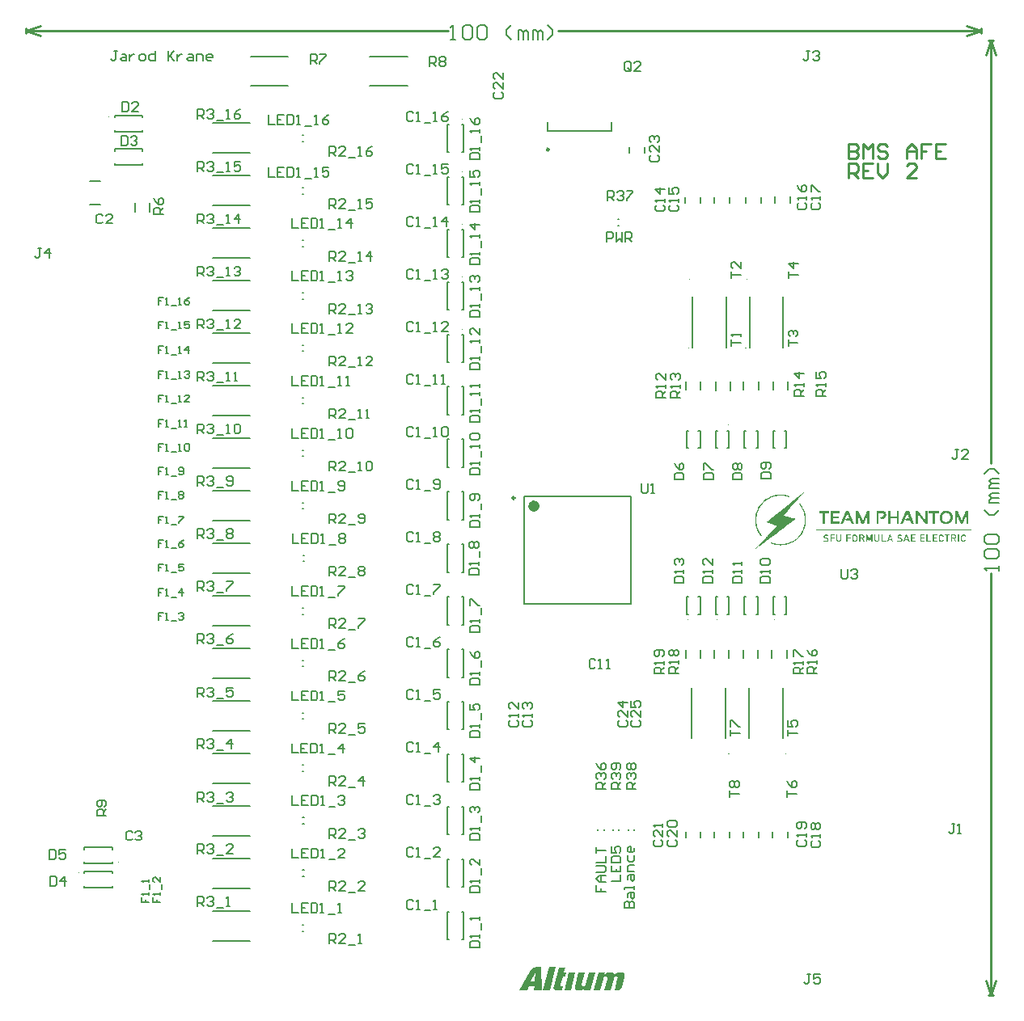
<source format=gto>
G04*
G04 #@! TF.GenerationSoftware,Altium Limited,Altium Designer,18.1.11 (251)*
G04*
G04 Layer_Color=65535*
%FSLAX25Y25*%
%MOIN*%
G70*
G01*
G75*
%ADD10C,0.00984*%
%ADD11C,0.00394*%
%ADD12C,0.02362*%
%ADD13C,0.01000*%
%ADD14C,0.00787*%
%ADD15C,0.00600*%
%ADD16C,0.00591*%
G36*
X311810Y206363D02*
X311963D01*
X312138Y206341D01*
X312357Y206319D01*
X312575Y206275D01*
X313100Y206210D01*
X313669Y206078D01*
X314281Y205925D01*
X314894Y205707D01*
X314740Y205269D01*
X314719D01*
X314675Y205291D01*
X314587Y205335D01*
X314456Y205357D01*
X314325Y205422D01*
X314150Y205466D01*
X313953Y205532D01*
X313734Y205575D01*
X313253Y205707D01*
X312685Y205816D01*
X312094Y205882D01*
X311482Y205925D01*
X310870D01*
X310673Y205903D01*
X310454Y205882D01*
X309973Y205838D01*
X309426Y205772D01*
X308857Y205663D01*
X308267Y205510D01*
X308245D01*
X308201Y205488D01*
X308114Y205466D01*
X308004Y205422D01*
X307873Y205379D01*
X307698Y205313D01*
X307327Y205160D01*
X306867Y204963D01*
X306386Y204722D01*
X305883Y204438D01*
X305358Y204110D01*
X305336D01*
X305293Y204066D01*
X305227Y204023D01*
X305118Y203935D01*
X305008Y203848D01*
X304877Y203738D01*
X304549Y203454D01*
X304177Y203126D01*
X303784Y202710D01*
X303390Y202251D01*
X302996Y201748D01*
Y201726D01*
X302953Y201682D01*
X302909Y201617D01*
X302843Y201507D01*
X302756Y201376D01*
X302668Y201223D01*
X302559Y201048D01*
X302449Y200851D01*
X302209Y200414D01*
X301968Y199911D01*
X301728Y199364D01*
X301531Y198774D01*
Y198752D01*
X301509Y198708D01*
X301487Y198621D01*
X301465Y198489D01*
X301422Y198358D01*
X301378Y198183D01*
X301356Y197986D01*
X301312Y197768D01*
X301225Y197287D01*
X301159Y196740D01*
X301115Y196171D01*
Y195559D01*
Y195537D01*
Y195493D01*
Y195406D01*
X301137Y195296D01*
X301159Y195143D01*
Y194968D01*
X301181Y194772D01*
X301225Y194575D01*
X301290Y194094D01*
X301422Y193547D01*
X301553Y192978D01*
X301750Y192388D01*
Y192366D01*
X301771Y192322D01*
X301815Y192235D01*
X301859Y192125D01*
X301925Y191994D01*
X301990Y191819D01*
X302187Y191447D01*
X302406Y191010D01*
X302690Y190529D01*
X303040Y190026D01*
X303412Y189523D01*
X303040Y189195D01*
X303018Y189217D01*
X302996Y189260D01*
X302931Y189326D01*
X302865Y189435D01*
X302756Y189567D01*
X302646Y189720D01*
X302537Y189895D01*
X302406Y190091D01*
X302121Y190551D01*
X301837Y191076D01*
X301553Y191644D01*
X301312Y192235D01*
Y192256D01*
X301290Y192300D01*
X301247Y192388D01*
X301225Y192519D01*
X301159Y192650D01*
X301115Y192825D01*
X301050Y193022D01*
X301006Y193241D01*
X300875Y193744D01*
X300765Y194312D01*
X300678Y194903D01*
X300634Y195537D01*
Y195559D01*
Y195624D01*
Y195712D01*
Y195843D01*
Y195996D01*
X300656Y196171D01*
Y196390D01*
X300678Y196609D01*
X300722Y197134D01*
X300809Y197702D01*
X300940Y198314D01*
X301094Y198927D01*
Y198949D01*
X301115Y198993D01*
X301137Y199080D01*
X301181Y199211D01*
X301247Y199342D01*
X301290Y199517D01*
X301378Y199714D01*
X301465Y199933D01*
X301684Y200414D01*
X301925Y200939D01*
X302253Y201486D01*
X302603Y202032D01*
X302625Y202054D01*
X302646Y202098D01*
X302712Y202164D01*
X302799Y202273D01*
X302887Y202404D01*
X303018Y202535D01*
X303324Y202885D01*
X303674Y203279D01*
X304090Y203695D01*
X304571Y204110D01*
X305074Y204504D01*
X305096Y204526D01*
X305139Y204548D01*
X305227Y204591D01*
X305314Y204657D01*
X305446Y204744D01*
X305621Y204832D01*
X305796Y204941D01*
X305992Y205050D01*
X306452Y205291D01*
X306955Y205532D01*
X307523Y205772D01*
X308114Y205969D01*
X308136D01*
X308179Y205991D01*
X308267Y206013D01*
X308398Y206035D01*
X308551Y206078D01*
X308726Y206122D01*
X308923Y206166D01*
X309164Y206210D01*
X309667Y206275D01*
X310235Y206341D01*
X310848Y206384D01*
X311679D01*
X311810Y206363D01*
D02*
G37*
G36*
X359946Y194290D02*
X358962D01*
Y196565D01*
X356315D01*
Y194290D01*
X355309D01*
Y199627D01*
X356315D01*
Y197418D01*
X358962D01*
Y199627D01*
X359946D01*
Y194290D01*
D02*
G37*
G36*
X353319Y199605D02*
X353494Y199583D01*
X353691Y199539D01*
X353888Y199452D01*
X354085Y199364D01*
X354259Y199233D01*
X354281Y199211D01*
X354325Y199167D01*
X354391Y199080D01*
X354478Y198949D01*
X354544Y198796D01*
X354609Y198599D01*
X354653Y198380D01*
X354675Y198118D01*
Y198074D01*
Y197986D01*
X354653Y197833D01*
X354609Y197658D01*
X354544Y197440D01*
X354434Y197221D01*
X354303Y197002D01*
X354106Y196806D01*
X354085Y196784D01*
X353997Y196718D01*
X353866Y196631D01*
X353691Y196543D01*
X353450Y196412D01*
X353144Y196302D01*
X352794Y196215D01*
X352401Y196127D01*
X352269Y197024D01*
X352291D01*
X352379Y197046D01*
X352510Y197068D01*
X352641Y197112D01*
X352991Y197221D01*
X353144Y197309D01*
X353275Y197396D01*
X353297Y197418D01*
X353341Y197440D01*
X353385Y197505D01*
X353450Y197593D01*
X353582Y197811D01*
X353603Y197943D01*
X353625Y198096D01*
Y198118D01*
Y198140D01*
X353603Y198271D01*
X353560Y198446D01*
X353450Y198577D01*
X353429Y198599D01*
X353319Y198664D01*
X353166Y198730D01*
X352969Y198752D01*
X351613D01*
Y194290D01*
X350629D01*
Y199627D01*
X353166D01*
X353319Y199605D01*
D02*
G37*
G36*
X371712Y194290D02*
X370706D01*
X367884Y198249D01*
Y194290D01*
X366922D01*
Y199627D01*
X367906D01*
X370749Y195734D01*
Y199627D01*
X371712D01*
Y194290D01*
D02*
G37*
G36*
X388595D02*
X387699D01*
Y197986D01*
X386212Y194290D01*
X385381D01*
X383893Y197986D01*
Y194290D01*
X382997D01*
Y199627D01*
X384003D01*
X385840Y195581D01*
X387611Y199627D01*
X388595D01*
Y194290D01*
D02*
G37*
G36*
X347808D02*
X346889D01*
Y197986D01*
X345446Y194290D01*
X344593D01*
X343106Y197986D01*
Y194290D01*
X342187D01*
Y199627D01*
X343237D01*
X345030Y195581D01*
X346824Y199627D01*
X347808D01*
Y194290D01*
D02*
G37*
G36*
X376326Y198774D02*
X374796D01*
Y194290D01*
X373811D01*
Y198774D01*
X372258D01*
Y199627D01*
X376326D01*
Y198774D01*
D02*
G37*
G36*
X366266Y194290D02*
X365216D01*
X364582Y195734D01*
X362811D01*
X363161Y196587D01*
X364232D01*
X363379Y198621D01*
X361608Y194290D01*
X360602D01*
X362876Y199627D01*
X363948D01*
X366266Y194290D01*
D02*
G37*
G36*
X341553D02*
X340460D01*
X339869Y195734D01*
X338076D01*
X338404Y196587D01*
X339497D01*
X338666Y198621D01*
X336873Y194290D01*
X335867D01*
X338141Y199627D01*
X339213D01*
X341553Y194290D01*
D02*
G37*
G36*
X335364Y198774D02*
X332696D01*
Y197418D01*
X335255D01*
Y196543D01*
X332652D01*
Y195143D01*
X335408D01*
Y194290D01*
X331690D01*
Y199627D01*
X335364D01*
Y198774D01*
D02*
G37*
G36*
X331143D02*
X329590D01*
Y194290D01*
X328606D01*
Y198774D01*
X327053D01*
Y199627D01*
X331143D01*
Y198774D01*
D02*
G37*
G36*
X379847Y199627D02*
X380132Y199583D01*
X380460Y199495D01*
X380788Y199386D01*
X381116Y199211D01*
X381378Y198971D01*
X381400Y198949D01*
X381488Y198839D01*
X381597Y198686D01*
X381728Y198468D01*
X381838Y198183D01*
X381947Y197833D01*
X382034Y197418D01*
X382056Y196937D01*
Y196915D01*
Y196871D01*
Y196806D01*
Y196718D01*
X382013Y196477D01*
X381969Y196193D01*
X381881Y195865D01*
X381772Y195515D01*
X381597Y195187D01*
X381378Y194903D01*
X381357Y194881D01*
X381247Y194793D01*
X381094Y194684D01*
X380875Y194575D01*
X380613Y194444D01*
X380263Y194334D01*
X379847Y194247D01*
X379388Y194225D01*
X379257D01*
X379170Y194247D01*
X378951Y194269D01*
X378666Y194312D01*
X378338Y194400D01*
X378010Y194509D01*
X377704Y194684D01*
X377420Y194903D01*
X377398Y194947D01*
X377310Y195034D01*
X377201Y195187D01*
X377092Y195428D01*
X376961Y195712D01*
X376829Y196062D01*
X376742Y196477D01*
X376698Y196937D01*
Y196959D01*
Y197002D01*
Y197068D01*
X376720Y197155D01*
X376742Y197396D01*
X376786Y197702D01*
X376873Y198030D01*
X376982Y198358D01*
X377157Y198686D01*
X377376Y198971D01*
X377398Y198993D01*
X377507Y199080D01*
X377660Y199189D01*
X377879Y199320D01*
X378163Y199452D01*
X378513Y199561D01*
X378929Y199649D01*
X379388Y199670D01*
X379607D01*
X379847Y199627D01*
D02*
G37*
G36*
X389755Y191535D02*
X325850D01*
Y191994D01*
X389755D01*
Y191535D01*
D02*
G37*
G36*
X360624Y189851D02*
X360799Y189807D01*
X360821D01*
X360842Y189785D01*
X360952Y189763D01*
X361083Y189698D01*
X361236Y189588D01*
X360996Y189195D01*
X360974Y189217D01*
X360886Y189260D01*
X360755Y189326D01*
X360624Y189370D01*
X360602Y189392D01*
X360514Y189413D01*
X360383Y189435D01*
X360252Y189457D01*
X360186D01*
X360033Y189413D01*
X360011D01*
X359990Y189392D01*
X359880Y189348D01*
X359836Y189304D01*
X359815Y189260D01*
X359771Y189195D01*
Y189173D01*
Y189151D01*
X359749Y189020D01*
Y188976D01*
X359771Y188889D01*
X359793Y188867D01*
X359836Y188757D01*
X359858Y188735D01*
X359946Y188670D01*
X359968D01*
X360011Y188648D01*
X360077D01*
X360164Y188626D01*
X360186D01*
X360208Y188604D01*
X360296Y188582D01*
X360536D01*
X360624Y188560D01*
X360733Y188539D01*
X360864Y188473D01*
X360886Y188451D01*
X360974Y188429D01*
X361039Y188364D01*
X361127Y188276D01*
X361149Y188254D01*
X361192Y188189D01*
X361236Y188101D01*
X361280Y187992D01*
Y187970D01*
X361302Y187904D01*
X361323Y187817D01*
Y187707D01*
Y187686D01*
Y187642D01*
X361302Y187555D01*
Y187467D01*
X361214Y187248D01*
X361149Y187139D01*
X361061Y187051D01*
X361039D01*
X361017Y187008D01*
X360952Y186986D01*
X360864Y186942D01*
X360755Y186898D01*
X360624Y186876D01*
X360449Y186833D01*
X360143D01*
X360055Y186855D01*
X359858Y186876D01*
X359640Y186920D01*
X359618D01*
X359596Y186942D01*
X359465Y187008D01*
X359290Y187095D01*
X359115Y187248D01*
X359421Y187598D01*
X359443Y187576D01*
X359530Y187511D01*
X359661Y187423D01*
X359793Y187358D01*
X359836D01*
X359946Y187336D01*
X360099Y187314D01*
X360274Y187292D01*
X360317D01*
X360449Y187314D01*
X360580Y187336D01*
X360711Y187380D01*
X360733Y187401D01*
X360799Y187467D01*
X360842Y187555D01*
X360864Y187707D01*
Y187729D01*
Y187795D01*
X360821Y187882D01*
X360777Y187970D01*
X360755Y187992D01*
X360711Y188036D01*
X360602Y188079D01*
X360471Y188123D01*
X360252D01*
X360208Y188145D01*
X360077Y188167D01*
X360055D01*
X359968Y188189D01*
X359836Y188211D01*
X359727Y188254D01*
X359705Y188276D01*
X359640Y188320D01*
X359552Y188385D01*
X359487Y188473D01*
X359465Y188495D01*
X359421Y188539D01*
X359377Y188626D01*
X359333Y188714D01*
Y188735D01*
X359312Y188801D01*
X359290Y188910D01*
Y189020D01*
Y189064D01*
Y189151D01*
X359312Y189260D01*
X359333Y189392D01*
X359355Y189413D01*
X359377Y189479D01*
X359443Y189567D01*
X359530Y189676D01*
X359552Y189698D01*
X359618Y189742D01*
X359727Y189785D01*
X359836Y189829D01*
X359858Y189851D01*
X359968Y189873D01*
X360099Y189895D01*
X360449D01*
X360624Y189851D01*
D02*
G37*
G36*
X330203D02*
X330399Y189807D01*
X330421D01*
X330443Y189785D01*
X330552Y189763D01*
X330684Y189698D01*
X330837Y189588D01*
X330596Y189195D01*
X330574Y189217D01*
X330487Y189260D01*
X330356Y189326D01*
X330224Y189370D01*
X330181Y189392D01*
X330093Y189413D01*
X329984Y189435D01*
X329831Y189457D01*
X329765D01*
X329634Y189413D01*
X329612D01*
X329590Y189392D01*
X329481Y189348D01*
X329437Y189304D01*
X329415Y189260D01*
X329372Y189195D01*
Y189173D01*
X329350Y189151D01*
X329328Y189020D01*
Y188976D01*
X329350Y188889D01*
X329372Y188867D01*
X329437Y188757D01*
X329459Y188735D01*
X329546Y188670D01*
X329568D01*
X329612Y188648D01*
X329678D01*
X329765Y188626D01*
X329787D01*
X329809Y188604D01*
X329896Y188582D01*
X330137D01*
X330224Y188560D01*
X330334Y188539D01*
X330465Y188473D01*
X330487Y188451D01*
X330574Y188429D01*
X330640Y188364D01*
X330727Y188276D01*
X330749Y188254D01*
X330793Y188189D01*
X330837Y188101D01*
X330880Y187992D01*
Y187970D01*
X330902Y187904D01*
X330924Y187817D01*
Y187707D01*
Y187686D01*
Y187642D01*
X330902Y187555D01*
X330880Y187467D01*
X330793Y187248D01*
X330727Y187139D01*
X330640Y187051D01*
X330618D01*
X330596Y187008D01*
X330531Y186986D01*
X330443Y186942D01*
X330334Y186898D01*
X330203Y186876D01*
X330049Y186833D01*
X329743D01*
X329656Y186855D01*
X329459Y186876D01*
X329240Y186920D01*
X329218D01*
X329197Y186942D01*
X329065Y187008D01*
X328890Y187095D01*
X328694Y187248D01*
X329022Y187598D01*
X329043Y187576D01*
X329131Y187511D01*
X329240Y187423D01*
X329393Y187358D01*
X329437D01*
X329546Y187336D01*
X329699Y187314D01*
X329874Y187292D01*
X329918D01*
X330049Y187314D01*
X330181Y187336D01*
X330312Y187380D01*
X330334Y187401D01*
X330399Y187467D01*
X330443Y187555D01*
X330465Y187707D01*
Y187729D01*
X330443Y187795D01*
X330421Y187882D01*
X330356Y187970D01*
X330334Y187992D01*
X330290Y188036D01*
X330203Y188079D01*
X330071Y188123D01*
X329853D01*
X329809Y188145D01*
X329743D01*
X329656Y188167D01*
X329634D01*
X329546Y188189D01*
X329437Y188211D01*
X329328Y188254D01*
X329306Y188276D01*
X329240Y188320D01*
X329153Y188385D01*
X329065Y188473D01*
X329043Y188495D01*
X329022Y188539D01*
X328956Y188626D01*
X328912Y188714D01*
Y188735D01*
X328890Y188801D01*
X328869Y188910D01*
X328847Y189020D01*
Y189064D01*
Y189151D01*
X328869Y189260D01*
X328912Y189392D01*
X328934Y189413D01*
X328978Y189479D01*
X329043Y189567D01*
X329131Y189676D01*
X329153Y189698D01*
X329218Y189742D01*
X329306Y189785D01*
X329415Y189829D01*
X329459Y189851D01*
X329546Y189873D01*
X329678Y189895D01*
X330028D01*
X330203Y189851D01*
D02*
G37*
G36*
X386715Y189873D02*
X386846Y189829D01*
X386868D01*
X386955Y189785D01*
X387065Y189742D01*
X387174Y189654D01*
X387196Y189632D01*
X387261Y189567D01*
X387327Y189479D01*
X387393Y189348D01*
X387414Y189326D01*
X387436Y189238D01*
X387502Y189129D01*
X387546Y188998D01*
X387021D01*
Y189020D01*
X386999Y189064D01*
X386955Y189173D01*
Y189195D01*
X386933Y189217D01*
X386846Y189326D01*
X386824Y189348D01*
X386780Y189370D01*
X386649Y189413D01*
X386627D01*
X386583Y189435D01*
X386452Y189457D01*
X386408Y189435D01*
X386321Y189413D01*
X386277D01*
X386168Y189392D01*
X386146Y189370D01*
X386080Y189304D01*
X386058Y189282D01*
X385993Y189238D01*
X385971Y189195D01*
X385905Y189107D01*
Y189064D01*
X385884Y188976D01*
Y188954D01*
X385862Y188932D01*
Y188845D01*
X385840Y188735D01*
Y188714D01*
Y188626D01*
Y188517D01*
Y188385D01*
Y188342D01*
Y188254D01*
Y188123D01*
Y187992D01*
Y187970D01*
X385862Y187904D01*
Y187817D01*
X385884Y187751D01*
Y187707D01*
X385905Y187620D01*
X385927Y187576D01*
X385993Y187489D01*
X386015Y187467D01*
X386080Y187401D01*
X386102Y187380D01*
X386168Y187358D01*
X386190D01*
X386212Y187336D01*
X386321Y187292D01*
X386496D01*
X386561Y187314D01*
X386671Y187336D01*
X386780Y187380D01*
X386802Y187401D01*
X386868Y187467D01*
X386955Y187555D01*
X387021Y187707D01*
X387546D01*
X387524Y187664D01*
X387502Y187576D01*
X387436Y187445D01*
X387371Y187314D01*
X387349Y187292D01*
X387305Y187226D01*
X387240Y187139D01*
X387152Y187030D01*
X387130Y187008D01*
X387065Y186986D01*
X386955Y186920D01*
X386824Y186876D01*
X386802D01*
X386715Y186855D01*
X386583Y186833D01*
X386365D01*
X386255Y186855D01*
X386146Y186876D01*
X386124D01*
X386058Y186898D01*
X385971Y186942D01*
X385862Y186986D01*
X385840Y187008D01*
X385796Y187051D01*
X385643Y187161D01*
Y187183D01*
X385599Y187226D01*
X385512Y187358D01*
X385490Y187380D01*
X385468Y187423D01*
Y187445D01*
Y187489D01*
X385446Y187511D01*
X385424Y187555D01*
Y187576D01*
Y187598D01*
Y187664D01*
Y187686D01*
X385402Y187729D01*
X385381Y187817D01*
X385359Y187926D01*
Y187948D01*
Y188057D01*
Y188189D01*
Y188385D01*
Y188407D01*
Y188429D01*
Y188539D01*
Y188670D01*
Y188801D01*
Y188823D01*
X385381Y188910D01*
X385402Y188976D01*
X385424Y189064D01*
Y189085D01*
Y189107D01*
X385446Y189217D01*
Y189238D01*
X385468Y189260D01*
X385512Y189370D01*
X385534Y189392D01*
X385556Y189435D01*
X385643Y189567D01*
X385665Y189588D01*
X385709Y189632D01*
X385774Y189698D01*
X385862Y189742D01*
X385884Y189763D01*
X385949Y189785D01*
X386037Y189829D01*
X386146Y189851D01*
X386168D01*
X386233Y189873D01*
X386343Y189895D01*
X386583D01*
X386715Y189873D01*
D02*
G37*
G36*
X377660D02*
X377792Y189829D01*
X377835D01*
X377901Y189785D01*
X378010Y189742D01*
X378120Y189654D01*
X378142Y189632D01*
X378207Y189567D01*
X378273Y189479D01*
X378338Y189348D01*
X378360Y189326D01*
X378382Y189238D01*
X378426Y189129D01*
X378470Y188998D01*
X377989D01*
Y189020D01*
X377967Y189064D01*
X377901Y189173D01*
Y189195D01*
X377879Y189217D01*
X377770Y189326D01*
Y189348D01*
X377726Y189370D01*
X377617Y189413D01*
X377595D01*
X377551Y189435D01*
X377420Y189457D01*
X377398D01*
X377354Y189435D01*
X377245Y189413D01*
X377201D01*
X377136Y189392D01*
X377092Y189370D01*
X377026Y189304D01*
X377004Y189282D01*
X376917Y189238D01*
X376895Y189195D01*
X376851Y189107D01*
X376829Y189064D01*
X376807Y188976D01*
Y188954D01*
Y188932D01*
X376786Y188845D01*
Y188735D01*
Y188714D01*
Y188626D01*
Y188517D01*
Y188385D01*
Y188342D01*
Y188254D01*
Y188123D01*
Y187992D01*
Y187970D01*
Y187904D01*
Y187817D01*
X376807Y187751D01*
X376829Y187707D01*
X376851Y187620D01*
X376873Y187576D01*
X376917Y187489D01*
X376939D01*
X376961Y187467D01*
X377026Y187401D01*
X377048Y187380D01*
X377136Y187358D01*
X377157Y187336D01*
X377245Y187292D01*
X377442D01*
X377529Y187314D01*
X377639Y187336D01*
X377748Y187380D01*
X377770Y187401D01*
X377835Y187467D01*
X377923Y187555D01*
X377989Y187707D01*
X378470D01*
Y187664D01*
X378448Y187576D01*
X378404Y187445D01*
X378338Y187314D01*
X378316Y187292D01*
X378273Y187226D01*
X378185Y187139D01*
X378076Y187030D01*
X378054Y187008D01*
X377989Y186986D01*
X377901Y186920D01*
X377770Y186876D01*
X377748D01*
X377660Y186855D01*
X377551Y186833D01*
X377310D01*
X377179Y186855D01*
X377070Y186876D01*
X377048D01*
X376982Y186898D01*
X376807Y186986D01*
X376786Y187008D01*
X376742Y187051D01*
X376589Y187161D01*
X376567Y187183D01*
X376545Y187226D01*
X376436Y187358D01*
Y187380D01*
X376414Y187423D01*
Y187445D01*
X376392Y187489D01*
X376370Y187511D01*
X376348Y187555D01*
Y187576D01*
Y187598D01*
Y187664D01*
Y187686D01*
Y187729D01*
X376326Y187817D01*
Y187926D01*
Y187948D01*
Y188057D01*
Y188189D01*
Y188385D01*
Y188407D01*
Y188429D01*
Y188539D01*
Y188670D01*
Y188801D01*
Y188823D01*
Y188910D01*
Y188976D01*
X376348Y189064D01*
Y189085D01*
X376370Y189107D01*
X376392Y189217D01*
Y189238D01*
X376414Y189260D01*
X376436Y189370D01*
X376458Y189392D01*
X376479Y189435D01*
X376589Y189567D01*
X376611Y189588D01*
X376654Y189632D01*
X376807Y189742D01*
X376829Y189763D01*
X376873Y189785D01*
X376961Y189829D01*
X377070Y189851D01*
X377092D01*
X377179Y189873D01*
X377289Y189895D01*
X377551D01*
X377660Y189873D01*
D02*
G37*
G36*
X348989Y186855D02*
X348530D01*
Y188735D01*
X348508D01*
X347895Y187292D01*
X347502D01*
X346867Y188735D01*
X346846D01*
Y186855D01*
X346386D01*
Y189873D01*
X346824D01*
X347698Y187904D01*
X348552Y189873D01*
X348989D01*
Y186855D01*
D02*
G37*
G36*
X351941Y187861D02*
Y187817D01*
Y187729D01*
X351898Y187598D01*
X351854Y187445D01*
X351832Y187423D01*
X351810Y187336D01*
X351723Y187226D01*
X351613Y187117D01*
X351591Y187095D01*
X351526Y187030D01*
X351416Y186964D01*
X351285Y186898D01*
X351241D01*
X351154Y186876D01*
X351023Y186855D01*
X350870Y186833D01*
X350717D01*
X350585Y186855D01*
X350432Y186898D01*
X350410Y186920D01*
X350323Y186942D01*
X350214Y187030D01*
X350104Y187117D01*
X350082Y187139D01*
X350017Y187226D01*
X349929Y187314D01*
X349842Y187445D01*
Y187489D01*
X349820Y187576D01*
X349798Y187707D01*
X349776Y187861D01*
Y189873D01*
X350235D01*
Y187926D01*
Y187904D01*
Y187839D01*
X350279Y187664D01*
Y187642D01*
X350323Y187598D01*
X350367Y187533D01*
X350432Y187445D01*
X350454Y187423D01*
X350498Y187401D01*
X350607Y187314D01*
X350673D01*
X350760Y187292D01*
X350957D01*
X351110Y187314D01*
X351132D01*
X351176Y187358D01*
X351307Y187445D01*
X351329Y187467D01*
X351351Y187511D01*
X351438Y187664D01*
Y187686D01*
X351460Y187729D01*
X351482Y187817D01*
Y187926D01*
Y189873D01*
X351941D01*
Y187861D01*
D02*
G37*
G36*
X336239D02*
Y187817D01*
Y187729D01*
X336195Y187598D01*
X336151Y187445D01*
X336129Y187423D01*
X336107Y187336D01*
X336020Y187226D01*
X335911Y187117D01*
X335889Y187095D01*
X335823Y187030D01*
X335714Y186964D01*
X335582Y186898D01*
X335539D01*
X335451Y186876D01*
X335320Y186855D01*
X335145Y186833D01*
X335014D01*
X334883Y186855D01*
X334730Y186898D01*
X334708Y186920D01*
X334620Y186942D01*
X334511Y187030D01*
X334402Y187117D01*
X334380Y187139D01*
X334314Y187226D01*
X334227Y187314D01*
X334139Y187445D01*
Y187489D01*
X334117Y187576D01*
X334095Y187707D01*
X334073Y187861D01*
Y189873D01*
X334533D01*
Y187926D01*
Y187904D01*
Y187839D01*
X334577Y187664D01*
Y187642D01*
X334620Y187598D01*
X334708Y187445D01*
X334730Y187423D01*
X334773Y187401D01*
X334905Y187314D01*
X334970D01*
X335058Y187292D01*
X335320D01*
X335386Y187314D01*
X335408D01*
X335451Y187358D01*
X335582Y187445D01*
X335604Y187467D01*
X335648Y187511D01*
X335692Y187576D01*
X335736Y187664D01*
Y187686D01*
X335757Y187729D01*
X335779Y187817D01*
Y187926D01*
Y189873D01*
X336239D01*
Y187861D01*
D02*
G37*
G36*
X384637Y186855D02*
X384178D01*
Y189873D01*
X384637D01*
Y186855D01*
D02*
G37*
G36*
X382778Y189851D02*
X382887Y189829D01*
X382909D01*
X382975Y189807D01*
X383150Y189698D01*
X383172Y189676D01*
X383237Y189610D01*
X383303Y189523D01*
X383368Y189413D01*
X383390Y189392D01*
X383412Y189304D01*
X383434Y189195D01*
X383456Y189042D01*
Y189020D01*
Y188998D01*
X383434Y188845D01*
X383390Y188670D01*
X383303Y188495D01*
X383281Y188473D01*
X383193Y188385D01*
X383062Y188276D01*
X382887Y188189D01*
X383565Y186855D01*
X383040D01*
X382384Y188145D01*
X381816D01*
Y186855D01*
X381357D01*
Y189873D01*
X382647D01*
X382778Y189851D01*
D02*
G37*
G36*
X380832Y189479D02*
X380000D01*
Y186855D01*
X379541D01*
Y189479D01*
X378710D01*
Y189873D01*
X380832D01*
Y189479D01*
D02*
G37*
G36*
X375780Y189457D02*
X374292D01*
Y188582D01*
X375561D01*
Y188167D01*
X374292D01*
Y187292D01*
X375780D01*
Y186855D01*
X373833D01*
Y189873D01*
X375780D01*
Y189457D01*
D02*
G37*
G36*
X371712Y187292D02*
X373199D01*
Y186855D01*
X371252D01*
Y189873D01*
X371712D01*
Y187292D01*
D02*
G37*
G36*
X370596Y189457D02*
X369131D01*
Y188582D01*
X370400D01*
Y188167D01*
X369131D01*
Y187292D01*
X370596D01*
Y186855D01*
X368672D01*
Y189873D01*
X370596D01*
Y189457D01*
D02*
G37*
G36*
X366769D02*
X365304D01*
Y188582D01*
X366572D01*
Y188167D01*
X365304D01*
Y187292D01*
X366769D01*
Y186855D01*
X364845D01*
Y189873D01*
X366769D01*
Y189457D01*
D02*
G37*
G36*
X364320Y186855D02*
X363817D01*
X363598Y187511D01*
X362439D01*
X362220Y186855D01*
X361717D01*
X362833Y189873D01*
X363204D01*
X364320Y186855D01*
D02*
G37*
G36*
X357606D02*
X357103D01*
X356884Y187511D01*
X355725D01*
X355506Y186855D01*
X355003D01*
X356118Y189873D01*
X356490D01*
X357606Y186855D01*
D02*
G37*
G36*
X353188Y187292D02*
X354697D01*
Y186855D01*
X352750D01*
Y189873D01*
X353188D01*
Y187292D01*
D02*
G37*
G36*
X344987Y189851D02*
X345096Y189829D01*
X345118D01*
X345183Y189807D01*
X345293Y189763D01*
X345402Y189698D01*
X345424Y189676D01*
X345468Y189610D01*
X345533Y189523D01*
X345599Y189413D01*
X345621Y189392D01*
X345643Y189304D01*
X345665Y189195D01*
X345687Y189042D01*
Y189020D01*
Y188998D01*
X345665Y188845D01*
X345621Y188670D01*
X345533Y188495D01*
X345512Y188473D01*
X345424Y188385D01*
X345293Y188276D01*
X345096Y188189D01*
X345818Y186855D01*
X345249D01*
X344637Y188145D01*
X344024D01*
Y186855D01*
X343565D01*
Y189873D01*
X344877D01*
X344987Y189851D01*
D02*
G37*
G36*
X340197Y189457D02*
X338732D01*
Y188560D01*
X340000D01*
Y188145D01*
X338732D01*
Y186855D01*
X338273D01*
Y189873D01*
X340197D01*
Y189457D01*
D02*
G37*
G36*
X333571D02*
X332083D01*
Y188560D01*
X333352D01*
Y188145D01*
X332083D01*
Y186855D01*
X331624D01*
Y189873D01*
X333571D01*
Y189457D01*
D02*
G37*
G36*
X341969Y189873D02*
X342078Y189851D01*
X342100D01*
X342165Y189829D01*
X342253Y189807D01*
X342340Y189742D01*
X342362Y189720D01*
X342428Y189698D01*
X342559Y189567D01*
X342581Y189545D01*
X342603Y189501D01*
X342690Y189370D01*
X342712Y189326D01*
X342756Y189217D01*
X342778Y189173D01*
X342822Y189064D01*
Y189042D01*
Y188998D01*
Y188910D01*
Y188801D01*
Y188779D01*
X342843Y188692D01*
Y188560D01*
Y188385D01*
Y188364D01*
Y188342D01*
Y188232D01*
Y188079D01*
X342822Y187926D01*
Y187904D01*
Y187839D01*
Y187751D01*
Y187664D01*
Y187642D01*
X342800Y187620D01*
X342756Y187489D01*
X342734Y187445D01*
X342690Y187358D01*
Y187336D01*
X342668Y187292D01*
X342559Y187161D01*
X342537Y187139D01*
X342494Y187117D01*
X342428Y187051D01*
X342340Y186986D01*
X342319D01*
X342275Y186942D01*
X342187Y186920D01*
X342078Y186876D01*
X342056D01*
X341990Y186855D01*
X341881Y186833D01*
X341640D01*
X341531Y186855D01*
X341422Y186876D01*
X341400D01*
X341334Y186898D01*
X341159Y186986D01*
X341138Y187008D01*
X341094Y187051D01*
X340941Y187161D01*
X340919Y187183D01*
X340897Y187226D01*
X340809Y187358D01*
X340788Y187380D01*
X340766Y187423D01*
Y187445D01*
X340744Y187489D01*
Y187511D01*
X340722Y187555D01*
Y187576D01*
Y187598D01*
X340700Y187664D01*
Y187686D01*
Y187729D01*
Y187817D01*
X340678Y187926D01*
Y187948D01*
Y188057D01*
X340656Y188189D01*
Y188385D01*
Y188407D01*
Y188429D01*
Y188539D01*
Y188670D01*
X340678Y188801D01*
Y188823D01*
X340700Y188910D01*
Y188976D01*
Y189064D01*
Y189085D01*
X340722Y189107D01*
X340744Y189217D01*
Y189238D01*
X340766Y189260D01*
X340809Y189370D01*
Y189392D01*
X340853Y189435D01*
X340941Y189567D01*
X340963Y189588D01*
X341006Y189632D01*
X341072Y189698D01*
X341159Y189742D01*
X341181Y189763D01*
X341225Y189785D01*
X341313Y189829D01*
X341422Y189851D01*
X341444D01*
X341531Y189873D01*
X341619Y189895D01*
X341859D01*
X341969Y189873D01*
D02*
G37*
G36*
X319027Y202820D02*
X319049Y202776D01*
X319114Y202710D01*
X319202Y202601D01*
X319289Y202492D01*
X319399Y202339D01*
X319530Y202164D01*
X319661Y201989D01*
X319967Y201551D01*
X320252Y201048D01*
X320558Y200480D01*
X320820Y199889D01*
Y199867D01*
X320842Y199823D01*
X320886Y199736D01*
X320930Y199605D01*
X320973Y199452D01*
X321039Y199277D01*
X321105Y199080D01*
X321170Y198839D01*
X321301Y198336D01*
X321433Y197768D01*
X321520Y197134D01*
X321586Y196477D01*
Y196456D01*
Y196390D01*
Y196302D01*
Y196171D01*
Y196018D01*
Y195821D01*
Y195603D01*
X321564Y195362D01*
X321520Y194837D01*
X321455Y194247D01*
X321323Y193612D01*
X321170Y192956D01*
Y192935D01*
X321148Y192891D01*
X321127Y192781D01*
X321083Y192672D01*
X321017Y192519D01*
X320952Y192344D01*
X320886Y192125D01*
X320798Y191907D01*
X320580Y191426D01*
X320317Y190901D01*
X320011Y190332D01*
X319639Y189785D01*
X319618Y189763D01*
X319596Y189720D01*
X319530Y189654D01*
X319443Y189545D01*
X319355Y189413D01*
X319224Y189260D01*
X318939Y188932D01*
X318568Y188539D01*
X318130Y188123D01*
X317649Y187686D01*
X317102Y187292D01*
X317080D01*
X317037Y187248D01*
X316949Y187205D01*
X316840Y187139D01*
X316709Y187051D01*
X316556Y186942D01*
X316359Y186833D01*
X316162Y186723D01*
X315681Y186483D01*
X315134Y186242D01*
X314544Y186002D01*
X313909Y185805D01*
X313888D01*
X313800Y185783D01*
X313647Y185739D01*
X313472Y185696D01*
X313253Y185652D01*
X313035Y185608D01*
X312510Y185521D01*
X312488D01*
X312400Y185499D01*
X312247D01*
X312072Y185477D01*
X311876Y185455D01*
X311635D01*
X311110Y185433D01*
X310935D01*
X310738Y185455D01*
X310476D01*
X310148Y185477D01*
X309820Y185521D01*
X309448Y185564D01*
X309054Y185630D01*
X309011D01*
X308879Y185674D01*
X308682Y185717D01*
X308420Y185783D01*
X308114Y185871D01*
X307786Y185980D01*
X307064Y186242D01*
X307239Y186702D01*
X307261D01*
X307305Y186680D01*
X307392Y186636D01*
X307523Y186592D01*
X307676Y186527D01*
X307851Y186483D01*
X308048Y186417D01*
X308267Y186352D01*
X308770Y186198D01*
X309338Y186067D01*
X309929Y185980D01*
X310563Y185914D01*
X311613D01*
X312094Y185958D01*
X312663Y186024D01*
X313253Y186111D01*
X313844Y186264D01*
X313866D01*
X313909Y186286D01*
X313997Y186308D01*
X314106Y186352D01*
X314259Y186395D01*
X314412Y186461D01*
X314806Y186614D01*
X315265Y186811D01*
X315768Y187051D01*
X316293Y187358D01*
X316818Y187686D01*
X316840Y187707D01*
X316884Y187729D01*
X316949Y187773D01*
X317059Y187861D01*
X317168Y187948D01*
X317321Y188057D01*
X317649Y188342D01*
X318021Y188692D01*
X318437Y189085D01*
X318852Y189545D01*
X319246Y190069D01*
X319268Y190091D01*
X319289Y190135D01*
X319355Y190223D01*
X319421Y190310D01*
X319508Y190441D01*
X319596Y190616D01*
X319705Y190791D01*
X319814Y190988D01*
X320055Y191447D01*
X320317Y191972D01*
X320536Y192519D01*
X320733Y193131D01*
Y193153D01*
X320755Y193197D01*
X320777Y193284D01*
X320798Y193416D01*
X320842Y193569D01*
X320886Y193744D01*
X320930Y193940D01*
X320973Y194159D01*
X321039Y194640D01*
X321105Y195209D01*
X321127Y195778D01*
Y196390D01*
Y196412D01*
Y196456D01*
Y196543D01*
X321105Y196674D01*
X321083Y196827D01*
Y197002D01*
X321039Y197199D01*
X321017Y197418D01*
X320930Y197899D01*
X320798Y198446D01*
X320645Y199036D01*
X320427Y199627D01*
Y199649D01*
X320405Y199692D01*
X320361Y199780D01*
X320317Y199889D01*
X320252Y200042D01*
X320164Y200195D01*
X319967Y200589D01*
X319727Y201026D01*
X319421Y201507D01*
X319049Y202010D01*
X318633Y202514D01*
X319005Y202842D01*
X319027Y202820D01*
D02*
G37*
G36*
X320820Y207544D02*
X320842Y207478D01*
X320864Y207456D01*
X320886Y207434D01*
X320864Y207412D01*
X320842Y207390D01*
X320777Y207325D01*
X320711Y207238D01*
X320492Y206997D01*
X320208Y206691D01*
X319880Y206319D01*
X319530Y205903D01*
X319136Y205466D01*
X318721Y205007D01*
X318699Y204985D01*
X318677Y204963D01*
X318611Y204897D01*
X318546Y204810D01*
X318327Y204569D01*
X318043Y204263D01*
X317737Y203891D01*
X317365Y203476D01*
X316971Y203038D01*
X316578Y202579D01*
X316556Y202557D01*
X316534Y202535D01*
X316468Y202470D01*
X316403Y202382D01*
X316184Y202142D01*
X315899Y201836D01*
X315571Y201464D01*
X315200Y201048D01*
X314806Y200611D01*
X314390Y200152D01*
X314369Y200130D01*
X314347Y200108D01*
X314281Y200042D01*
X314216Y199955D01*
X313997Y199714D01*
X313713Y199408D01*
X313385Y199036D01*
X313013Y198621D01*
X312619Y198183D01*
X312204Y197724D01*
X312225D01*
X312269Y197702D01*
X312335Y197680D01*
X312422Y197658D01*
X312532Y197636D01*
X312685Y197593D01*
X313013Y197505D01*
X313406Y197396D01*
X313822Y197287D01*
X314281Y197155D01*
X314762Y197024D01*
X314784D01*
X314828Y197002D01*
X314894D01*
X314981Y196959D01*
X315090Y196937D01*
X315243Y196893D01*
X315571Y196827D01*
X315943Y196718D01*
X316381Y196609D01*
X316862Y196477D01*
X317343Y196346D01*
X317321Y196324D01*
X317234Y196259D01*
X317124Y196193D01*
X317015Y196106D01*
X316993Y196084D01*
X316927Y196040D01*
X316840Y195952D01*
X316731Y195865D01*
X316709Y195843D01*
X316643Y195800D01*
X316534Y195712D01*
X316403Y195624D01*
X316228Y195493D01*
X316009Y195340D01*
X315768Y195165D01*
X315506Y194968D01*
X315222Y194750D01*
X314915Y194531D01*
X314259Y194028D01*
X313560Y193503D01*
X312838Y192956D01*
X312816Y192935D01*
X312750Y192891D01*
X312641Y192803D01*
X312510Y192716D01*
X312335Y192585D01*
X312138Y192431D01*
X311897Y192256D01*
X311635Y192060D01*
X311372Y191841D01*
X311066Y191622D01*
X310410Y191119D01*
X309710Y190594D01*
X308989Y190048D01*
X308967Y190026D01*
X308901Y189982D01*
X308792Y189916D01*
X308661Y189807D01*
X308486Y189676D01*
X308289Y189523D01*
X308048Y189348D01*
X307786Y189151D01*
X307502Y188932D01*
X307195Y188714D01*
X306561Y188232D01*
X305861Y187707D01*
X305139Y187161D01*
X305118Y187139D01*
X305052Y187095D01*
X304943Y187008D01*
X304812Y186920D01*
X304637Y186789D01*
X304418Y186614D01*
X304199Y186439D01*
X303937Y186242D01*
X303652Y186045D01*
X303346Y185805D01*
X302690Y185324D01*
X301990Y184799D01*
X301269Y184274D01*
X301247Y184252D01*
X301203Y184208D01*
X301115Y184121D01*
X301006Y184033D01*
X300984Y184011D01*
X300919Y183990D01*
X300853Y183968D01*
X300831Y183990D01*
X300809Y184011D01*
Y184033D01*
X300787Y184099D01*
X300809Y184165D01*
X300897Y184252D01*
X300919Y184274D01*
X301006Y184318D01*
X301072Y184383D01*
X301159Y184449D01*
Y184471D01*
X301203Y184493D01*
X301312Y184602D01*
X301487Y184799D01*
X301706Y185039D01*
X301968Y185324D01*
X302274Y185652D01*
X302603Y186002D01*
X302931Y186352D01*
Y186373D01*
X302974Y186395D01*
X303084Y186505D01*
X303259Y186702D01*
X303477Y186942D01*
X303740Y187226D01*
X304046Y187533D01*
X304352Y187882D01*
X304680Y188232D01*
Y188254D01*
X304724Y188276D01*
X304833Y188385D01*
X305008Y188582D01*
X305227Y188823D01*
X305489Y189107D01*
X305796Y189435D01*
X306124Y189785D01*
X306452Y190135D01*
Y190157D01*
X306495Y190179D01*
X306605Y190288D01*
X306780Y190485D01*
X306998Y190726D01*
X307261Y191010D01*
X307567Y191316D01*
X307895Y191666D01*
X308223Y192016D01*
X308245Y192038D01*
X308289Y192081D01*
X308354Y192147D01*
X308442Y192256D01*
X308639Y192475D01*
X308901Y192738D01*
X308923Y192760D01*
X308967Y192803D01*
X309032Y192869D01*
X309120Y192978D01*
X309338Y193241D01*
X309579Y193547D01*
X309557D01*
X309535Y193569D01*
X309404Y193612D01*
X309186Y193678D01*
X308923Y193765D01*
X308595Y193875D01*
X308245Y194006D01*
X307873Y194115D01*
X307480Y194247D01*
X307458D01*
X307436Y194269D01*
X307305Y194312D01*
X307108Y194378D01*
X306823Y194465D01*
X306517Y194575D01*
X306167Y194706D01*
X305774Y194837D01*
X305380Y194968D01*
X305402Y194990D01*
X305468Y195034D01*
X305577Y195122D01*
X305708Y195253D01*
X305883Y195384D01*
X306102Y195559D01*
X306342Y195756D01*
X306605Y195974D01*
X306889Y196193D01*
X307195Y196456D01*
X307851Y196980D01*
X308551Y197549D01*
X309273Y198140D01*
X309295Y198161D01*
X309360Y198205D01*
X309470Y198293D01*
X309601Y198402D01*
X309776Y198555D01*
X309995Y198708D01*
X310235Y198905D01*
X310498Y199124D01*
X310760Y199342D01*
X311066Y199583D01*
X311722Y200108D01*
X312422Y200676D01*
X313144Y201267D01*
X313166Y201289D01*
X313231Y201333D01*
X313341Y201420D01*
X313472Y201551D01*
X313647Y201682D01*
X313844Y201857D01*
X314084Y202054D01*
X314347Y202273D01*
X314631Y202492D01*
X314915Y202754D01*
X315571Y203279D01*
X316271Y203848D01*
X316971Y204438D01*
X316993Y204460D01*
X317059Y204504D01*
X317168Y204591D01*
X317299Y204700D01*
X317474Y204854D01*
X317693Y205007D01*
X317912Y205204D01*
X318174Y205422D01*
X318458Y205641D01*
X318764Y205882D01*
X319399Y206406D01*
X320099Y206975D01*
X320820Y207565D01*
Y207544D01*
D02*
G37*
G36*
X245386Y9395D02*
X245531Y9386D01*
X245659Y9368D01*
X245759Y9350D01*
X245832Y9331D01*
X245878Y9322D01*
X245896Y9313D01*
X246032Y9277D01*
X246151Y9231D01*
X246269Y9177D01*
X246360Y9131D01*
X246433Y9085D01*
X246497Y9049D01*
X246533Y9022D01*
X246543Y9013D01*
X246624Y8921D01*
X246697Y8821D01*
X246752Y8721D01*
X246789Y8630D01*
X246816Y8539D01*
X246843Y8466D01*
X246852Y8420D01*
Y8411D01*
Y8402D01*
X246870Y8247D01*
Y8083D01*
X246861Y7928D01*
X246843Y7773D01*
X246816Y7637D01*
X246798Y7537D01*
X246789Y7491D01*
Y7464D01*
X246779Y7446D01*
Y7436D01*
X245741Y3310D01*
X245668Y3109D01*
X245577Y2927D01*
X245467Y2763D01*
X245349Y2626D01*
X245240Y2517D01*
X245149Y2435D01*
X245112Y2408D01*
X245094Y2389D01*
X245076Y2380D01*
X245067Y2371D01*
X244866Y2244D01*
X244666Y2153D01*
X244465Y2089D01*
X244292Y2043D01*
X244138Y2016D01*
X244074Y2007D01*
X244019D01*
X243973Y1998D01*
X242716D01*
X243910Y6762D01*
X243946Y6917D01*
X243955Y7045D01*
Y7154D01*
X243946Y7245D01*
X243928Y7309D01*
X243910Y7364D01*
X243901Y7391D01*
X243892Y7400D01*
X243837Y7473D01*
X243755Y7519D01*
X243673Y7555D01*
X243582Y7582D01*
X243500Y7600D01*
X243436Y7610D01*
X243372D01*
X243227Y7600D01*
X243099Y7573D01*
X242981Y7546D01*
X242889Y7509D01*
X242807Y7464D01*
X242753Y7436D01*
X242716Y7409D01*
X242707Y7400D01*
X242616Y7309D01*
X242543Y7209D01*
X242479Y7108D01*
X242434Y6999D01*
X242388Y6908D01*
X242361Y6835D01*
X242352Y6780D01*
X242343Y6771D01*
Y6762D01*
X241149Y1998D01*
X238462D01*
X239646Y6753D01*
X239683Y6908D01*
X239701Y7036D01*
Y7154D01*
X239692Y7245D01*
X239674Y7309D01*
X239655Y7364D01*
X239646Y7391D01*
X239637Y7400D01*
X239573Y7473D01*
X239500Y7519D01*
X239409Y7555D01*
X239318Y7582D01*
X239236Y7600D01*
X239173Y7610D01*
X239109D01*
X238972Y7600D01*
X238845Y7573D01*
X238735Y7546D01*
X238644Y7509D01*
X238571Y7464D01*
X238517Y7436D01*
X238480Y7409D01*
X238471Y7400D01*
X238380Y7309D01*
X238307Y7209D01*
X238243Y7108D01*
X238198Y6999D01*
X238161Y6908D01*
X238134Y6835D01*
X238125Y6780D01*
X238116Y6771D01*
Y6762D01*
X236913Y1998D01*
X234226D01*
X236030Y9213D01*
X238744D01*
X238535Y8338D01*
X238562D01*
X238726Y8530D01*
X238890Y8694D01*
X239063Y8830D01*
X239218Y8940D01*
X239355Y9031D01*
X239409Y9067D01*
X239455Y9094D01*
X239500Y9113D01*
X239528Y9131D01*
X239546Y9140D01*
X239555D01*
X239774Y9231D01*
X240002Y9295D01*
X240220Y9350D01*
X240430Y9377D01*
X240521Y9395D01*
X240603D01*
X240676Y9404D01*
X240739Y9413D01*
X241022D01*
X241168Y9404D01*
X241295Y9395D01*
X241405Y9377D01*
X241496Y9368D01*
X241559Y9350D01*
X241596Y9341D01*
X241614D01*
X241732Y9313D01*
X241833Y9286D01*
X241924Y9249D01*
X242006Y9213D01*
X242070Y9186D01*
X242115Y9158D01*
X242142Y9149D01*
X242151Y9140D01*
X242224Y9085D01*
X242288Y9022D01*
X242352Y8967D01*
X242397Y8912D01*
X242434Y8858D01*
X242461Y8821D01*
X242470Y8794D01*
X242479Y8785D01*
X242561Y8621D01*
X242598Y8539D01*
X242625Y8457D01*
X242643Y8393D01*
X242662Y8338D01*
X242671Y8302D01*
Y8293D01*
X242762Y8402D01*
X242853Y8502D01*
X242935Y8593D01*
X243017Y8675D01*
X243090Y8739D01*
X243144Y8785D01*
X243181Y8812D01*
X243190Y8821D01*
X243299Y8903D01*
X243409Y8967D01*
X243509Y9022D01*
X243600Y9076D01*
X243682Y9113D01*
X243746Y9140D01*
X243782Y9149D01*
X243800Y9158D01*
X244028Y9240D01*
X244128Y9277D01*
X244229Y9304D01*
X244302Y9322D01*
X244365Y9341D01*
X244411Y9350D01*
X244420D01*
X244648Y9386D01*
X244757Y9395D01*
X244857Y9404D01*
X244939Y9413D01*
X245231D01*
X245386Y9395D01*
D02*
G37*
G36*
X232896Y1989D02*
X230217D01*
X230427Y2854D01*
X230391D01*
X230226Y2672D01*
X230063Y2517D01*
X229899Y2380D01*
X229744Y2271D01*
X229607Y2189D01*
X229552Y2153D01*
X229507Y2125D01*
X229461Y2107D01*
X229434Y2089D01*
X229416Y2080D01*
X229407D01*
X229188Y1989D01*
X228969Y1925D01*
X228751Y1879D01*
X228550Y1852D01*
X228459Y1834D01*
X228377D01*
X228295Y1825D01*
X228240Y1816D01*
X227940D01*
X227785Y1825D01*
X227639Y1843D01*
X227521Y1861D01*
X227421Y1879D01*
X227348Y1888D01*
X227302Y1907D01*
X227284D01*
X227156Y1952D01*
X227038Y1998D01*
X226938Y2052D01*
X226847Y2107D01*
X226783Y2153D01*
X226728Y2189D01*
X226692Y2216D01*
X226683Y2226D01*
X226592Y2307D01*
X226510Y2399D01*
X226455Y2490D01*
X226409Y2581D01*
X226373Y2672D01*
X226355Y2736D01*
X226337Y2781D01*
Y2799D01*
X226318Y2954D01*
Y3109D01*
X226327Y3264D01*
X226346Y3419D01*
X226373Y3546D01*
X226391Y3656D01*
X226400Y3692D01*
Y3720D01*
X226409Y3738D01*
Y3747D01*
X227776Y9213D01*
X230463D01*
X229270Y4439D01*
X229243Y4284D01*
X229224Y4157D01*
Y4047D01*
X229243Y3957D01*
X229252Y3884D01*
X229270Y3838D01*
X229279Y3802D01*
X229288Y3793D01*
X229352Y3720D01*
X229425Y3665D01*
X229507Y3629D01*
X229598Y3601D01*
X229671Y3583D01*
X229735Y3574D01*
X229798D01*
X229944Y3583D01*
X230072Y3610D01*
X230181Y3647D01*
X230272Y3683D01*
X230345Y3720D01*
X230400Y3756D01*
X230436Y3783D01*
X230445Y3793D01*
X230536Y3884D01*
X230609Y3984D01*
X230673Y4093D01*
X230728Y4202D01*
X230764Y4293D01*
X230791Y4366D01*
X230800Y4421D01*
X230809Y4430D01*
Y4439D01*
X232012Y9213D01*
X234700D01*
X232896Y1989D01*
D02*
G37*
G36*
X224742D02*
X222055D01*
X223859Y9213D01*
X226555D01*
X224742Y1989D01*
D02*
G37*
G36*
X215960D02*
X213264D01*
X215660Y11518D01*
X218347D01*
X215960Y1989D01*
D02*
G37*
G36*
X212699D02*
X209592D01*
X209683Y3647D01*
X207369D01*
X206641Y1998D01*
X203543Y1989D01*
X207634Y9623D01*
X207725Y9778D01*
X207825Y9914D01*
X207925Y10051D01*
X208007Y10160D01*
X208089Y10251D01*
X208144Y10324D01*
X208180Y10361D01*
X208198Y10379D01*
X208326Y10507D01*
X208454Y10616D01*
X208572Y10716D01*
X208681Y10807D01*
X208782Y10871D01*
X208854Y10926D01*
X208900Y10962D01*
X208918Y10971D01*
X209073Y11062D01*
X209219Y11135D01*
X209365Y11208D01*
X209501Y11263D01*
X209611Y11308D01*
X209702Y11336D01*
X209729Y11345D01*
X209756Y11354D01*
X209765Y11363D01*
X209774D01*
X209948Y11408D01*
X210121Y11445D01*
X210285Y11472D01*
X210431Y11490D01*
X210558Y11509D01*
X210658D01*
X210695Y11518D01*
X212344D01*
X212699Y1989D01*
D02*
G37*
G36*
X221736Y9213D02*
X222866D01*
X222465Y7591D01*
X221335D01*
X220479Y4157D01*
X220461Y4057D01*
Y3966D01*
Y3893D01*
X220479Y3829D01*
X220497Y3783D01*
X220515Y3747D01*
X220524Y3729D01*
X220533Y3720D01*
X220597Y3674D01*
X220661Y3638D01*
X220743Y3619D01*
X220825Y3601D01*
X220898Y3592D01*
X221463D01*
X221062Y1989D01*
X220907Y1980D01*
X220761Y1970D01*
X220634Y1961D01*
X220515Y1952D01*
X220415D01*
X220333Y1943D01*
X220269D01*
X220133Y1934D01*
X219868D01*
X219759Y1925D01*
X219313D01*
X219112Y1934D01*
X218939Y1943D01*
X218784Y1961D01*
X218666Y1970D01*
X218575Y1989D01*
X218520Y1998D01*
X218502D01*
X218356Y2034D01*
X218229Y2071D01*
X218119Y2116D01*
X218028Y2153D01*
X217955Y2189D01*
X217910Y2216D01*
X217873Y2235D01*
X217864Y2244D01*
X217782Y2317D01*
X217719Y2399D01*
X217664Y2490D01*
X217627Y2572D01*
X217600Y2654D01*
X217582Y2717D01*
X217573Y2763D01*
Y2781D01*
X217564Y2927D01*
X217573Y3091D01*
X217591Y3246D01*
X217618Y3401D01*
X217636Y3537D01*
X217664Y3638D01*
X217673Y3683D01*
Y3711D01*
X217682Y3729D01*
Y3738D01*
X219622Y11417D01*
X222319D01*
X221736Y9213D01*
D02*
G37*
%LPC*%
G36*
X379388Y198796D02*
X379257D01*
X379104Y198774D01*
X378929Y198730D01*
X378710Y198686D01*
X378513Y198599D01*
X378316Y198489D01*
X378142Y198336D01*
X378120Y198314D01*
X378076Y198249D01*
X378010Y198140D01*
X377945Y197986D01*
X377857Y197790D01*
X377792Y197571D01*
X377748Y197287D01*
X377726Y196959D01*
Y196915D01*
Y196806D01*
X377748Y196652D01*
X377770Y196434D01*
X377835Y196215D01*
X377901Y195974D01*
X378010Y195756D01*
X378142Y195559D01*
X378163Y195537D01*
X378229Y195493D01*
X378316Y195406D01*
X378448Y195318D01*
X378623Y195231D01*
X378841Y195143D01*
X379104Y195100D01*
X379388Y195078D01*
X379519D01*
X379673Y195100D01*
X379847Y195143D01*
X380044Y195187D01*
X380241Y195275D01*
X380438Y195406D01*
X380591Y195559D01*
X380613Y195581D01*
X380657Y195646D01*
X380722Y195756D01*
X380810Y195909D01*
X380875Y196106D01*
X380941Y196346D01*
X380985Y196631D01*
X381007Y196959D01*
Y197002D01*
Y197112D01*
X380985Y197265D01*
X380963Y197483D01*
X380897Y197702D01*
X380832Y197921D01*
X380722Y198140D01*
X380591Y198336D01*
X380569Y198358D01*
X380525Y198402D01*
X380416Y198489D01*
X380285Y198577D01*
X380132Y198643D01*
X379913Y198730D01*
X379673Y198774D01*
X379388Y198796D01*
D02*
G37*
G36*
X382669Y189479D02*
X381816D01*
Y188560D01*
X382603D01*
X382734Y188582D01*
X382756D01*
X382800Y188604D01*
X382909Y188692D01*
X382931Y188714D01*
X382953Y188735D01*
X382997Y188845D01*
Y188867D01*
X383019Y188910D01*
Y189042D01*
Y189064D01*
Y189107D01*
X382975Y189238D01*
Y189260D01*
X382953Y189282D01*
X382887Y189392D01*
X382866D01*
X382844Y189413D01*
X382712Y189457D01*
X382691D01*
X382669Y189479D01*
D02*
G37*
G36*
X363007Y189260D02*
X362570Y187926D01*
X363445D01*
X363007Y189260D01*
D02*
G37*
G36*
X356315D02*
X355856Y187926D01*
X356753D01*
X356315Y189260D01*
D02*
G37*
G36*
X344899Y189479D02*
X344024D01*
Y188560D01*
X344812D01*
X344965Y188582D01*
X344987D01*
X345030Y188604D01*
X345074Y188648D01*
X345118Y188692D01*
X345140Y188714D01*
X345162Y188735D01*
X345205Y188845D01*
Y188867D01*
X345227Y188910D01*
X345249Y189042D01*
Y189064D01*
Y189107D01*
X345205Y189238D01*
Y189260D01*
X345183Y189282D01*
X345162Y189348D01*
X345096Y189392D01*
X345052Y189413D01*
X345008Y189435D01*
X344943Y189457D01*
X344921D01*
X344899Y189479D01*
D02*
G37*
G36*
X341750Y189457D02*
X341706Y189435D01*
X341597Y189413D01*
X341553D01*
X341466Y189392D01*
X341422Y189370D01*
X341356Y189304D01*
X341334Y189282D01*
X341291Y189238D01*
X341269Y189195D01*
X341203Y189107D01*
X341181Y189064D01*
X341159Y188976D01*
Y188954D01*
Y188932D01*
Y188845D01*
X341138Y188735D01*
Y188714D01*
Y188626D01*
Y188517D01*
Y188385D01*
Y188342D01*
Y188254D01*
Y188123D01*
Y187992D01*
Y187970D01*
X341159Y187904D01*
Y187817D01*
Y187751D01*
X341181Y187707D01*
X341203Y187620D01*
X341225Y187576D01*
X341291Y187489D01*
X341313Y187467D01*
X341356Y187401D01*
X341378Y187380D01*
X341466Y187358D01*
X341509Y187336D01*
X341597Y187292D01*
X341925D01*
X341947Y187314D01*
X342034Y187358D01*
X342056D01*
X342078Y187380D01*
X342144Y187401D01*
X342165Y187423D01*
X342209Y187489D01*
Y187511D01*
X342231Y187533D01*
X342275Y187620D01*
Y187642D01*
X342297Y187664D01*
X342340Y187751D01*
Y187773D01*
Y187817D01*
Y187882D01*
Y187992D01*
Y188014D01*
X342362Y188101D01*
Y188232D01*
Y188385D01*
Y188429D01*
Y188495D01*
Y188626D01*
X342340Y188735D01*
Y188757D01*
Y188823D01*
Y188910D01*
Y188976D01*
Y188998D01*
X342319Y189020D01*
X342275Y189107D01*
Y189129D01*
X342253Y189151D01*
X342209Y189238D01*
X342187Y189260D01*
X342144Y189304D01*
X342122Y189326D01*
X342034Y189392D01*
X342012Y189413D01*
X341903D01*
X341859Y189435D01*
X341750Y189457D01*
D02*
G37*
G36*
X210011Y9441D02*
X208171Y5469D01*
X209784D01*
X210011Y9441D01*
D02*
G37*
%LPD*%
D10*
X215689Y348622D02*
G03*
X215689Y348622I-492J0D01*
G01*
X201575Y204921D02*
G03*
X201575Y204921I-492J0D01*
G01*
D11*
X273031Y154724D02*
G03*
X273031Y154724I-197J0D01*
G01*
X284908D02*
G03*
X284908Y154724I-197J0D01*
G01*
X296785D02*
G03*
X296785Y154724I-197J0D01*
G01*
X308661D02*
G03*
X308661Y154724I-197J0D01*
G01*
X313386Y235039D02*
G03*
X313386Y235039I-197J0D01*
G01*
X301509D02*
G03*
X301509Y235039I-197J0D01*
G01*
X289633D02*
G03*
X289633Y235039I-197J0D01*
G01*
X277756D02*
G03*
X277756Y235039I-197J0D01*
G01*
X38386Y54724D02*
G03*
X38386Y54724I-197J0D01*
G01*
X21850Y50394D02*
G03*
X21850Y50394I-197J0D01*
G01*
X50788Y342716D02*
G03*
X50788Y342716I-197J0D01*
G01*
X34252Y362008D02*
G03*
X34252Y362008I-197J0D01*
G01*
X289862Y99508D02*
G03*
X289862Y99508I-197J0D01*
G01*
X290158Y126673D02*
G03*
X290158Y126673I-197J0D01*
G01*
X313484Y99508D02*
G03*
X313484Y99508I-197J0D01*
G01*
X313779Y126673D02*
G03*
X313779Y126673I-197J0D01*
G01*
X297342Y295079D02*
G03*
X297342Y295079I-197J0D01*
G01*
X296988Y266929D02*
G03*
X296988Y266929I-197J0D01*
G01*
X273721Y295079D02*
G03*
X273721Y295079I-197J0D01*
G01*
X273484Y266929D02*
G03*
X273484Y266929I-197J0D01*
G01*
X180118Y36417D02*
G03*
X180118Y36417I-197J0D01*
G01*
Y58071D02*
G03*
X180118Y58071I-197J0D01*
G01*
Y79724D02*
G03*
X180118Y79724I-197J0D01*
G01*
Y101378D02*
G03*
X180118Y101378I-197J0D01*
G01*
Y123031D02*
G03*
X180118Y123031I-197J0D01*
G01*
Y144685D02*
G03*
X180118Y144685I-197J0D01*
G01*
Y166339D02*
G03*
X180118Y166339I-197J0D01*
G01*
Y187992D02*
G03*
X180118Y187992I-197J0D01*
G01*
Y209646D02*
G03*
X180118Y209646I-197J0D01*
G01*
X180118Y231299D02*
G03*
X180118Y231299I-197J0D01*
G01*
Y252953D02*
G03*
X180118Y252953I-197J0D01*
G01*
Y274606D02*
G03*
X180118Y274606I-197J0D01*
G01*
X180118Y296260D02*
G03*
X180118Y296260I-197J0D01*
G01*
Y317913D02*
G03*
X180118Y317913I-197J0D01*
G01*
X180118Y339567D02*
G03*
X180118Y339567I-197J0D01*
G01*
X180118Y361221D02*
G03*
X180118Y361221I-197J0D01*
G01*
D12*
X210630Y201575D02*
G03*
X210630Y201575I-1181J0D01*
G01*
D13*
X396638Y393504D02*
X398638D01*
X396638Y-197D02*
X398638D01*
X397638Y393504D02*
X399638Y387504D01*
X395638D02*
X397638Y393504D01*
Y-197D02*
X399638Y5803D01*
X395638D02*
X397638Y-197D01*
Y219247D02*
Y393504D01*
Y-197D02*
Y174060D01*
X393701Y396638D02*
Y398638D01*
X0Y396638D02*
Y398638D01*
X387701Y395638D02*
X393701Y397638D01*
X387701Y399638D02*
X393701Y397638D01*
X0D02*
X6000Y395638D01*
X0Y397638D02*
X6000Y399638D01*
X219444Y397638D02*
X393701D01*
X0D02*
X174257D01*
X339272Y336910D02*
Y342908D01*
X342271D01*
X343270Y341908D01*
Y339909D01*
X342271Y338909D01*
X339272D01*
X341271D02*
X343270Y336910D01*
X349268Y342908D02*
X345270D01*
Y336910D01*
X349268D01*
X345270Y339909D02*
X347269D01*
X351268Y342908D02*
Y338909D01*
X353267Y336910D01*
X355266Y338909D01*
Y342908D01*
X367263Y336910D02*
X363264D01*
X367263Y340908D01*
Y341908D01*
X366263Y342908D01*
X364264D01*
X363264Y341908D01*
X339173Y350880D02*
Y344882D01*
X342172D01*
X343172Y345882D01*
Y346881D01*
X342172Y347881D01*
X339173D01*
X342172D01*
X343172Y348881D01*
Y349880D01*
X342172Y350880D01*
X339173D01*
X345171Y344882D02*
Y350880D01*
X347171Y348881D01*
X349170Y350880D01*
Y344882D01*
X355168Y349880D02*
X354168Y350880D01*
X352169D01*
X351169Y349880D01*
Y348881D01*
X352169Y347881D01*
X354168D01*
X355168Y346881D01*
Y345882D01*
X354168Y344882D01*
X352169D01*
X351169Y345882D01*
X363165Y344882D02*
Y348881D01*
X365165Y350880D01*
X367164Y348881D01*
Y344882D01*
Y347881D01*
X363165D01*
X373162Y350880D02*
X369163D01*
Y347881D01*
X371163D01*
X369163D01*
Y344882D01*
X379160Y350880D02*
X375162D01*
Y344882D01*
X379160D01*
X375162Y347881D02*
X377161D01*
D14*
X238292Y67913D02*
Y68307D01*
X235733Y67913D02*
Y68307D01*
X244094Y319783D02*
X244488D01*
X244094Y317224D02*
X244488D01*
X296850Y326673D02*
Y329035D01*
X303150Y326673D02*
Y329035D01*
X283858Y326673D02*
Y329035D01*
X290158Y326673D02*
Y329035D01*
X271654Y326673D02*
Y329035D01*
X277953Y326673D02*
Y329035D01*
X308661Y326772D02*
Y329134D01*
X314961Y326772D02*
Y329134D01*
X271949Y138878D02*
Y142421D01*
X278051Y138878D02*
Y142421D01*
X283825Y138878D02*
Y142421D01*
X289928Y138878D02*
Y142421D01*
X307579Y138878D02*
Y142421D01*
X313681Y138878D02*
Y142421D01*
X314075Y249508D02*
Y253051D01*
X307972Y249508D02*
Y253051D01*
X302001Y249508D02*
Y253051D01*
X295899Y249508D02*
Y253051D01*
X290453Y249409D02*
Y252953D01*
X284350Y249409D02*
Y252953D01*
X278248Y249459D02*
Y253002D01*
X272146Y249459D02*
Y253002D01*
X215158Y356299D02*
Y359842D01*
Y356299D02*
X241535D01*
Y359842D01*
X114173Y354626D02*
X114567D01*
X114173Y352067D02*
X114567D01*
X114173Y332776D02*
X114567D01*
X114173Y330217D02*
X114567D01*
X114173Y311221D02*
X114567D01*
X114173Y308661D02*
X114567D01*
X114173Y289567D02*
X114567D01*
X114173Y287008D02*
X114567D01*
X114173Y268012D02*
X114567D01*
X114173Y265453D02*
X114567D01*
X114173Y246358D02*
X114567D01*
X114173Y243799D02*
X114567D01*
X114173Y224705D02*
X114567D01*
X114173Y222146D02*
X114567D01*
X114173Y203051D02*
X114567D01*
X114173Y200492D02*
X114567D01*
X114370Y181398D02*
X114764D01*
X114370Y178839D02*
X114764D01*
X114173Y159646D02*
X114567D01*
X114173Y157087D02*
X114567D01*
X114173Y138091D02*
X114567D01*
X114173Y135531D02*
X114567D01*
X114173Y116437D02*
X114567D01*
X114173Y113878D02*
X114567D01*
X114075Y94784D02*
X114469D01*
X114075Y92224D02*
X114469D01*
X114272Y73130D02*
X114665D01*
X114272Y70571D02*
X114665D01*
X114272Y51476D02*
X114665D01*
X114272Y48917D02*
X114665D01*
X114173Y28839D02*
X114567D01*
X114173Y26280D02*
X114567D01*
X272441Y157087D02*
X273130D01*
X272441Y164173D02*
X273130D01*
X277264Y157087D02*
X277953D01*
X277264Y164173D02*
X277953D01*
X272441Y157087D02*
Y164173D01*
X277953Y157087D02*
Y164173D01*
X289829Y157087D02*
Y164173D01*
X284318Y157087D02*
Y164173D01*
X289140D02*
X289829D01*
X289140Y157087D02*
X289829D01*
X284318Y164173D02*
X285007D01*
X284318Y157087D02*
X285007D01*
X296194D02*
X296883D01*
X296194Y164173D02*
X296883D01*
X301017Y157087D02*
X301706D01*
X301017Y164173D02*
X301706D01*
X296194Y157087D02*
Y164173D01*
X301706Y157087D02*
Y164173D01*
X313583Y157087D02*
Y164173D01*
X308071Y157087D02*
Y164173D01*
X312894D02*
X313583D01*
X312894Y157087D02*
X313583D01*
X308071Y164173D02*
X308760D01*
X308071Y157087D02*
X308760D01*
X312894Y232677D02*
X313583D01*
X312894Y225590D02*
X313583D01*
X308071Y232677D02*
X308760D01*
X308071Y225590D02*
X308760D01*
X313583D02*
Y232677D01*
X308071Y225590D02*
Y232677D01*
X296194Y225590D02*
Y232677D01*
X301706Y225590D02*
Y232677D01*
X296194Y225590D02*
X296883D01*
X296194Y232677D02*
X296883D01*
X301017Y225590D02*
X301706D01*
X301017Y232677D02*
X301706D01*
X289140D02*
X289829D01*
X289140Y225590D02*
X289829D01*
X284318Y232677D02*
X285007D01*
X284318Y225590D02*
X285007D01*
X289829D02*
Y232677D01*
X284318Y225590D02*
Y232677D01*
X272441Y225590D02*
Y232677D01*
X277953Y225590D02*
Y232677D01*
X272441Y225590D02*
X273130D01*
X272441Y232677D02*
X273130D01*
X277264Y225590D02*
X277953D01*
X277264Y232677D02*
X277953D01*
X24213Y60827D02*
X35630D01*
X24213Y54134D02*
X35630D01*
X24213Y60039D02*
Y60827D01*
X35630Y60039D02*
Y60827D01*
X24213Y54134D02*
Y54921D01*
X35630Y54134D02*
Y54921D01*
X24213Y50197D02*
Y50984D01*
X35630Y50197D02*
Y50984D01*
X24213Y44291D02*
Y45079D01*
X35630Y44291D02*
Y45079D01*
X24213Y50984D02*
X35630D01*
X24213Y44291D02*
X35630D01*
X36614Y348819D02*
X48032D01*
X36614Y342126D02*
X48032D01*
X36614Y348031D02*
Y348819D01*
X48032Y348031D02*
Y348819D01*
X36614Y342126D02*
Y342913D01*
X48032Y342126D02*
Y342913D01*
X36614Y361811D02*
Y362598D01*
X48031Y361811D02*
Y362598D01*
X36614Y355906D02*
Y356693D01*
X48031Y355906D02*
Y356693D01*
X36614Y362598D02*
X48031D01*
X36614Y355906D02*
X48031D01*
X255118Y347244D02*
Y349606D01*
X248819Y347244D02*
Y349606D01*
X278248Y64961D02*
Y67323D01*
X271949Y64961D02*
Y67323D01*
X290223Y64961D02*
Y67323D01*
X283924Y64961D02*
Y67323D01*
X26378Y335630D02*
X30709D01*
X26378Y325787D02*
X30709D01*
X205512Y161417D02*
Y205512D01*
X249606Y161417D02*
Y205512D01*
X205512D02*
X249606D01*
X205512Y161417D02*
X249606D01*
X274606Y105807D02*
Y126673D01*
X288386Y105807D02*
Y126673D01*
X298228Y105807D02*
Y126673D01*
X312008Y105807D02*
Y126673D01*
X298366Y266929D02*
Y287795D01*
X312146Y266929D02*
Y287795D01*
X274862Y266929D02*
Y287795D01*
X288642Y266929D02*
Y287795D01*
X295702Y138878D02*
Y142421D01*
X301804Y138878D02*
Y142421D01*
X314173Y64961D02*
Y67323D01*
X307874Y64961D02*
Y67323D01*
X179724Y34252D02*
X180512D01*
X179724Y22835D02*
X180512D01*
X173819Y34252D02*
X174606D01*
X173819Y22835D02*
X174606D01*
X180512D02*
Y34252D01*
X173819Y22835D02*
Y34252D01*
Y44488D02*
Y55905D01*
X180512Y44488D02*
Y55905D01*
X173819Y44488D02*
X174606D01*
X173819Y55905D02*
X174606D01*
X179724Y44488D02*
X180512D01*
X179724Y55905D02*
X180512D01*
X179724Y77559D02*
X180512D01*
X179724Y66142D02*
X180512D01*
X173819Y77559D02*
X174606D01*
X173819Y66142D02*
X174606D01*
X180512D02*
Y77559D01*
X173819Y66142D02*
Y77559D01*
Y87795D02*
Y99213D01*
X180512Y87795D02*
Y99213D01*
X173819Y87795D02*
X174606D01*
X173819Y99213D02*
X174606D01*
X179724Y87795D02*
X180512D01*
X179724Y99213D02*
X180512D01*
X179724Y120866D02*
X180512D01*
X179724Y109449D02*
X180512D01*
X173819Y120866D02*
X174606D01*
X173819Y109449D02*
X174606D01*
X180512D02*
Y120866D01*
X173819Y109449D02*
Y120866D01*
Y131102D02*
Y142520D01*
X180512Y131102D02*
Y142520D01*
X173819Y131102D02*
X174606D01*
X173819Y142520D02*
X174606D01*
X179724Y131102D02*
X180512D01*
X179724Y142520D02*
X180512D01*
X179724Y164173D02*
X180512D01*
X179724Y152756D02*
X180512D01*
X173819Y164173D02*
X174606D01*
X173819Y152756D02*
X174606D01*
X180512D02*
Y164173D01*
X173819Y152756D02*
Y164173D01*
Y174409D02*
Y185827D01*
X180512Y174409D02*
Y185827D01*
X173819Y174409D02*
X174606D01*
X173819Y185827D02*
X174606D01*
X179724Y174409D02*
X180512D01*
X179724Y185827D02*
X180512D01*
X179724Y207480D02*
X180512D01*
X179724Y196063D02*
X180512D01*
X173819Y207480D02*
X174606D01*
X173819Y196063D02*
X174606D01*
X180512D02*
Y207480D01*
X173819Y196063D02*
Y207480D01*
X173819Y217717D02*
Y229134D01*
X180512Y217717D02*
Y229134D01*
X173819Y217717D02*
X174607D01*
X173819Y229134D02*
X174607D01*
X179725Y217717D02*
X180512D01*
X179725Y229134D02*
X180512D01*
X179725Y250787D02*
X180512D01*
X179725Y239370D02*
X180512D01*
X173819Y250787D02*
X174607D01*
X173819Y239370D02*
X174607D01*
X180512D02*
Y250787D01*
X173819Y239370D02*
Y250787D01*
Y261024D02*
Y272441D01*
X180512Y261024D02*
Y272441D01*
X173819Y261024D02*
X174607D01*
X173819Y272441D02*
X174607D01*
X179725Y261024D02*
X180512D01*
X179725Y272441D02*
X180512D01*
X179724Y294094D02*
X180512D01*
X179724Y282677D02*
X180512D01*
X173819Y294094D02*
X174606D01*
X173819Y282677D02*
X174606D01*
X180512D02*
Y294094D01*
X173819Y282677D02*
Y294094D01*
Y304331D02*
Y315748D01*
X180512Y304331D02*
Y315748D01*
X173819Y304331D02*
X174606D01*
X173819Y315748D02*
X174606D01*
X179724Y304331D02*
X180512D01*
X179724Y315748D02*
X180512D01*
X179724Y337402D02*
X180512D01*
X179724Y325984D02*
X180512D01*
X173819Y337402D02*
X174606D01*
X173819Y325984D02*
X174606D01*
X180512D02*
Y337402D01*
X173819Y325984D02*
Y337402D01*
X173819Y347638D02*
Y359055D01*
X180512Y347638D02*
Y359055D01*
X173819Y347638D02*
X174606D01*
X173819Y359055D02*
X174606D01*
X179724Y347638D02*
X180512D01*
X179724Y359055D02*
X180512D01*
X77166Y22441D02*
X92520D01*
X77166Y34646D02*
X92520D01*
X77166Y44094D02*
X92520D01*
X77166Y56299D02*
X92520D01*
X77166Y65748D02*
X92520D01*
X77166Y77953D02*
X92520D01*
X77166Y87401D02*
X92520D01*
X77166Y99606D02*
X92520D01*
X77166Y109055D02*
X92520D01*
X77166Y121260D02*
X92520D01*
X77166Y130709D02*
X92520D01*
X77166Y142913D02*
X92520D01*
X77166Y152362D02*
X92520D01*
X77166Y164567D02*
X92520D01*
X77166Y174016D02*
X92520D01*
X77166Y186220D02*
X92520D01*
X77166Y195669D02*
X92520D01*
X77166Y207874D02*
X92520D01*
X77166Y217323D02*
X92520D01*
X77166Y229527D02*
X92520D01*
X77166Y238976D02*
X92520D01*
X77166Y251181D02*
X92520D01*
X77166Y260630D02*
X92520D01*
X77166Y272835D02*
X92520D01*
X77166Y282283D02*
X92520D01*
X77166Y294488D02*
X92520D01*
X77166Y303937D02*
X92520D01*
X77166Y316142D02*
X92520D01*
X77166Y325590D02*
X92520D01*
X77166Y337795D02*
X92520D01*
X77166Y347244D02*
X92520D01*
X77166Y359449D02*
X92520D01*
X45177Y323031D02*
Y326575D01*
X51279Y323031D02*
Y326575D01*
X92716Y374803D02*
X108071D01*
X92716Y387008D02*
X108071D01*
X141929Y374803D02*
X157283D01*
X141929Y387008D02*
X157283D01*
X302198Y64961D02*
Y67323D01*
X295899Y64961D02*
Y67323D01*
X250886Y67913D02*
Y68307D01*
X248327Y67913D02*
Y68307D01*
X244589Y67913D02*
Y68307D01*
X242030Y67913D02*
Y68307D01*
X37663Y389369D02*
X36351D01*
X37007D01*
Y386089D01*
X36351Y385433D01*
X35695D01*
X35039Y386089D01*
X39631Y388057D02*
X40943D01*
X41599Y387401D01*
Y385433D01*
X39631D01*
X38975Y386089D01*
X39631Y386745D01*
X41599D01*
X42911Y388057D02*
Y385433D01*
Y386745D01*
X43567Y387401D01*
X44223Y388057D01*
X44879D01*
X47503Y385433D02*
X48814D01*
X49470Y386089D01*
Y387401D01*
X48814Y388057D01*
X47503D01*
X46847Y387401D01*
Y386089D01*
X47503Y385433D01*
X53406Y389369D02*
Y385433D01*
X51438D01*
X50782Y386089D01*
Y387401D01*
X51438Y388057D01*
X53406D01*
X58654Y389369D02*
Y385433D01*
Y386745D01*
X61278Y389369D01*
X59310Y387401D01*
X61278Y385433D01*
X62590Y388057D02*
Y385433D01*
Y386745D01*
X63245Y387401D01*
X63902Y388057D01*
X64557D01*
X67181D02*
X68493D01*
X69149Y387401D01*
Y385433D01*
X67181D01*
X66525Y386089D01*
X67181Y386745D01*
X69149D01*
X70461Y385433D02*
Y388057D01*
X72429D01*
X73085Y387401D01*
Y385433D01*
X76365D02*
X75053D01*
X74397Y386089D01*
Y387401D01*
X75053Y388057D01*
X76365D01*
X77021Y387401D01*
Y386745D01*
X74397D01*
X382939Y70471D02*
X381627D01*
X382283D01*
Y67191D01*
X381627Y66535D01*
X380971D01*
X380315Y67191D01*
X384251Y66535D02*
X385563D01*
X384907D01*
Y70471D01*
X384251Y69815D01*
X323490Y8660D02*
X322178D01*
X322834D01*
Y5380D01*
X322178Y4724D01*
X321522D01*
X320866Y5380D01*
X327426Y8660D02*
X324802D01*
Y6692D01*
X326114Y7348D01*
X326770D01*
X327426Y6692D01*
Y5380D01*
X326770Y4724D01*
X325458D01*
X324802Y5380D01*
X323096Y389369D02*
X321784D01*
X322440D01*
Y386089D01*
X321784Y385433D01*
X321128D01*
X320472Y386089D01*
X324408Y388713D02*
X325064Y389369D01*
X326376D01*
X327032Y388713D01*
Y388057D01*
X326376Y387401D01*
X325720D01*
X326376D01*
X327032Y386745D01*
Y386089D01*
X326376Y385433D01*
X325064D01*
X324408Y386089D01*
X318374Y64041D02*
X317718Y63385D01*
Y62073D01*
X318374Y61417D01*
X320998D01*
X321654Y62073D01*
Y63385D01*
X320998Y64041D01*
X321654Y65353D02*
Y66665D01*
Y66009D01*
X317718D01*
X318374Y65353D01*
X320998Y68633D02*
X321654Y69289D01*
Y70601D01*
X320998Y71257D01*
X318374D01*
X317718Y70601D01*
Y69289D01*
X318374Y68633D01*
X319030D01*
X319686Y69289D01*
Y71257D01*
X166535Y383071D02*
Y387007D01*
X168503D01*
X169159Y386351D01*
Y385039D01*
X168503Y384383D01*
X166535D01*
X167847D02*
X169159Y383071D01*
X170471Y386351D02*
X171127Y387007D01*
X172439D01*
X173095Y386351D01*
Y385695D01*
X172439Y385039D01*
X173095Y384383D01*
Y383727D01*
X172439Y383071D01*
X171127D01*
X170471Y383727D01*
Y384383D01*
X171127Y385039D01*
X170471Y385695D01*
Y386351D01*
X171127Y385039D02*
X172439D01*
X117323Y383858D02*
Y387794D01*
X119291D01*
X119947Y387138D01*
Y385826D01*
X119291Y385170D01*
X117323D01*
X118635D02*
X119947Y383858D01*
X121259Y387794D02*
X123882D01*
Y387138D01*
X121259Y384514D01*
Y383858D01*
X56693Y322047D02*
X52757D01*
Y324015D01*
X53413Y324671D01*
X54725D01*
X55381Y324015D01*
Y322047D01*
Y323359D02*
X56693Y324671D01*
X52757Y328607D02*
X53413Y327295D01*
X54725Y325983D01*
X56037D01*
X56693Y326639D01*
Y327951D01*
X56037Y328607D01*
X55381D01*
X54725Y327951D01*
Y325983D01*
X70866Y361417D02*
Y365353D01*
X72834D01*
X73490Y364697D01*
Y363385D01*
X72834Y362729D01*
X70866D01*
X72178D02*
X73490Y361417D01*
X74802Y364697D02*
X75458Y365353D01*
X76770D01*
X77426Y364697D01*
Y364041D01*
X76770Y363385D01*
X76114D01*
X76770D01*
X77426Y362729D01*
Y362073D01*
X76770Y361417D01*
X75458D01*
X74802Y362073D01*
X78738Y360761D02*
X81362D01*
X82674Y361417D02*
X83986D01*
X83330D01*
Y365353D01*
X82674Y364697D01*
X88577Y365353D02*
X87265Y364697D01*
X85953Y363385D01*
Y362073D01*
X86609Y361417D01*
X87921D01*
X88577Y362073D01*
Y362729D01*
X87921Y363385D01*
X85953D01*
X70866Y339764D02*
Y343700D01*
X72834D01*
X73490Y343043D01*
Y341732D01*
X72834Y341076D01*
X70866D01*
X72178D02*
X73490Y339764D01*
X74802Y343043D02*
X75458Y343700D01*
X76770D01*
X77426Y343043D01*
Y342388D01*
X76770Y341732D01*
X76114D01*
X76770D01*
X77426Y341076D01*
Y340420D01*
X76770Y339764D01*
X75458D01*
X74802Y340420D01*
X78738Y339108D02*
X81362D01*
X82674Y339764D02*
X83986D01*
X83330D01*
Y343700D01*
X82674Y343043D01*
X88577Y343700D02*
X85953D01*
Y341732D01*
X87265Y342388D01*
X87921D01*
X88577Y341732D01*
Y340420D01*
X87921Y339764D01*
X86609D01*
X85953Y340420D01*
X70866Y318110D02*
Y322046D01*
X72834D01*
X73490Y321390D01*
Y320078D01*
X72834Y319422D01*
X70866D01*
X72178D02*
X73490Y318110D01*
X74802Y321390D02*
X75458Y322046D01*
X76770D01*
X77426Y321390D01*
Y320734D01*
X76770Y320078D01*
X76114D01*
X76770D01*
X77426Y319422D01*
Y318766D01*
X76770Y318110D01*
X75458D01*
X74802Y318766D01*
X78738Y317454D02*
X81362D01*
X82674Y318110D02*
X83986D01*
X83330D01*
Y322046D01*
X82674Y321390D01*
X87921Y318110D02*
Y322046D01*
X85953Y320078D01*
X88577D01*
X70866Y296457D02*
Y300392D01*
X72834D01*
X73490Y299736D01*
Y298425D01*
X72834Y297769D01*
X70866D01*
X72178D02*
X73490Y296457D01*
X74802Y299736D02*
X75458Y300392D01*
X76770D01*
X77426Y299736D01*
Y299080D01*
X76770Y298425D01*
X76114D01*
X76770D01*
X77426Y297769D01*
Y297113D01*
X76770Y296457D01*
X75458D01*
X74802Y297113D01*
X78738Y295801D02*
X81362D01*
X82674Y296457D02*
X83986D01*
X83330D01*
Y300392D01*
X82674Y299736D01*
X85953D02*
X86609Y300392D01*
X87921D01*
X88577Y299736D01*
Y299080D01*
X87921Y298425D01*
X87265D01*
X87921D01*
X88577Y297769D01*
Y297113D01*
X87921Y296457D01*
X86609D01*
X85953Y297113D01*
X70866Y274803D02*
Y278739D01*
X72834D01*
X73490Y278083D01*
Y276771D01*
X72834Y276115D01*
X70866D01*
X72178D02*
X73490Y274803D01*
X74802Y278083D02*
X75458Y278739D01*
X76770D01*
X77426Y278083D01*
Y277427D01*
X76770Y276771D01*
X76114D01*
X76770D01*
X77426Y276115D01*
Y275459D01*
X76770Y274803D01*
X75458D01*
X74802Y275459D01*
X78738Y274147D02*
X81361D01*
X82673Y274803D02*
X83985D01*
X83329D01*
Y278739D01*
X82673Y278083D01*
X88577Y274803D02*
X85953D01*
X88577Y277427D01*
Y278083D01*
X87921Y278739D01*
X86609D01*
X85953Y278083D01*
X70866Y253150D02*
Y257085D01*
X72834D01*
X73490Y256429D01*
Y255117D01*
X72834Y254462D01*
X70866D01*
X72178D02*
X73490Y253150D01*
X74802Y256429D02*
X75458Y257085D01*
X76770D01*
X77426Y256429D01*
Y255773D01*
X76770Y255117D01*
X76114D01*
X76770D01*
X77426Y254462D01*
Y253805D01*
X76770Y253150D01*
X75458D01*
X74802Y253805D01*
X78738Y252494D02*
X81361D01*
X82673Y253150D02*
X83985D01*
X83329D01*
Y257085D01*
X82673Y256429D01*
X85953Y253150D02*
X87265D01*
X86609D01*
Y257085D01*
X85953Y256429D01*
X70866Y231496D02*
Y235432D01*
X72834D01*
X73490Y234776D01*
Y233464D01*
X72834Y232808D01*
X70866D01*
X72178D02*
X73490Y231496D01*
X74802Y234776D02*
X75458Y235432D01*
X76770D01*
X77426Y234776D01*
Y234120D01*
X76770Y233464D01*
X76114D01*
X76770D01*
X77426Y232808D01*
Y232152D01*
X76770Y231496D01*
X75458D01*
X74802Y232152D01*
X78738Y230840D02*
X81361D01*
X82673Y231496D02*
X83985D01*
X83329D01*
Y235432D01*
X82673Y234776D01*
X85953D02*
X86609Y235432D01*
X87921D01*
X88577Y234776D01*
Y232152D01*
X87921Y231496D01*
X86609D01*
X85953Y232152D01*
Y234776D01*
X70866Y209842D02*
Y213778D01*
X72834D01*
X73490Y213122D01*
Y211810D01*
X72834Y211154D01*
X70866D01*
X72178D02*
X73490Y209842D01*
X74802Y213122D02*
X75458Y213778D01*
X76770D01*
X77426Y213122D01*
Y212466D01*
X76770Y211810D01*
X76114D01*
X76770D01*
X77426Y211154D01*
Y210498D01*
X76770Y209842D01*
X75458D01*
X74802Y210498D01*
X78738Y209187D02*
X81362D01*
X82674Y210498D02*
X83330Y209842D01*
X84641D01*
X85298Y210498D01*
Y213122D01*
X84641Y213778D01*
X83330D01*
X82674Y213122D01*
Y212466D01*
X83330Y211810D01*
X85298D01*
X70866Y188189D02*
Y192125D01*
X72834D01*
X73490Y191469D01*
Y190157D01*
X72834Y189501D01*
X70866D01*
X72178D02*
X73490Y188189D01*
X74802Y191469D02*
X75458Y192125D01*
X76770D01*
X77426Y191469D01*
Y190813D01*
X76770Y190157D01*
X76114D01*
X76770D01*
X77426Y189501D01*
Y188845D01*
X76770Y188189D01*
X75458D01*
X74802Y188845D01*
X78738Y187533D02*
X81362D01*
X82674Y191469D02*
X83330Y192125D01*
X84641D01*
X85298Y191469D01*
Y190813D01*
X84641Y190157D01*
X85298Y189501D01*
Y188845D01*
X84641Y188189D01*
X83330D01*
X82674Y188845D01*
Y189501D01*
X83330Y190157D01*
X82674Y190813D01*
Y191469D01*
X83330Y190157D02*
X84641D01*
X70866Y166535D02*
Y170471D01*
X72834D01*
X73490Y169815D01*
Y168503D01*
X72834Y167847D01*
X70866D01*
X72178D02*
X73490Y166535D01*
X74802Y169815D02*
X75458Y170471D01*
X76770D01*
X77426Y169815D01*
Y169159D01*
X76770Y168503D01*
X76114D01*
X76770D01*
X77426Y167847D01*
Y167191D01*
X76770Y166535D01*
X75458D01*
X74802Y167191D01*
X78738Y165879D02*
X81362D01*
X82674Y170471D02*
X85298D01*
Y169815D01*
X82674Y167191D01*
Y166535D01*
X70866Y144882D02*
Y148818D01*
X72834D01*
X73490Y148162D01*
Y146850D01*
X72834Y146194D01*
X70866D01*
X72178D02*
X73490Y144882D01*
X74802Y148162D02*
X75458Y148818D01*
X76770D01*
X77426Y148162D01*
Y147506D01*
X76770Y146850D01*
X76114D01*
X76770D01*
X77426Y146194D01*
Y145538D01*
X76770Y144882D01*
X75458D01*
X74802Y145538D01*
X78738Y144226D02*
X81362D01*
X85298Y148818D02*
X83986Y148162D01*
X82674Y146850D01*
Y145538D01*
X83330Y144882D01*
X84641D01*
X85298Y145538D01*
Y146194D01*
X84641Y146850D01*
X82674D01*
X70866Y122835D02*
Y126770D01*
X72834D01*
X73490Y126114D01*
Y124802D01*
X72834Y124146D01*
X70866D01*
X72178D02*
X73490Y122835D01*
X74802Y126114D02*
X75458Y126770D01*
X76770D01*
X77426Y126114D01*
Y125458D01*
X76770Y124802D01*
X76114D01*
X76770D01*
X77426Y124146D01*
Y123491D01*
X76770Y122835D01*
X75458D01*
X74802Y123491D01*
X78738Y122179D02*
X81362D01*
X85298Y126770D02*
X82674D01*
Y124802D01*
X83986Y125458D01*
X84641D01*
X85298Y124802D01*
Y123491D01*
X84641Y122835D01*
X83330D01*
X82674Y123491D01*
X70866Y101575D02*
Y105510D01*
X72834D01*
X73490Y104855D01*
Y103543D01*
X72834Y102887D01*
X70866D01*
X72178D02*
X73490Y101575D01*
X74802Y104855D02*
X75458Y105510D01*
X76770D01*
X77426Y104855D01*
Y104199D01*
X76770Y103543D01*
X76114D01*
X76770D01*
X77426Y102887D01*
Y102231D01*
X76770Y101575D01*
X75458D01*
X74802Y102231D01*
X78738Y100919D02*
X81362D01*
X84641Y101575D02*
Y105510D01*
X82674Y103543D01*
X85298D01*
X70866Y79527D02*
Y83463D01*
X72834D01*
X73490Y82807D01*
Y81495D01*
X72834Y80840D01*
X70866D01*
X72178D02*
X73490Y79527D01*
X74802Y82807D02*
X75458Y83463D01*
X76770D01*
X77426Y82807D01*
Y82151D01*
X76770Y81495D01*
X76114D01*
X76770D01*
X77426Y80840D01*
Y80184D01*
X76770Y79527D01*
X75458D01*
X74802Y80184D01*
X78738Y78872D02*
X81362D01*
X82674Y82807D02*
X83330Y83463D01*
X84641D01*
X85298Y82807D01*
Y82151D01*
X84641Y81495D01*
X83986D01*
X84641D01*
X85298Y80840D01*
Y80184D01*
X84641Y79527D01*
X83330D01*
X82674Y80184D01*
X70866Y58268D02*
Y62203D01*
X72834D01*
X73490Y61547D01*
Y60236D01*
X72834Y59580D01*
X70866D01*
X72178D02*
X73490Y58268D01*
X74802Y61547D02*
X75458Y62203D01*
X76770D01*
X77426Y61547D01*
Y60891D01*
X76770Y60236D01*
X76114D01*
X76770D01*
X77426Y59580D01*
Y58924D01*
X76770Y58268D01*
X75458D01*
X74802Y58924D01*
X78738Y57612D02*
X81362D01*
X85298Y58268D02*
X82674D01*
X85298Y60891D01*
Y61547D01*
X84641Y62203D01*
X83330D01*
X82674Y61547D01*
X70866Y36614D02*
Y40550D01*
X72834D01*
X73490Y39894D01*
Y38582D01*
X72834Y37926D01*
X70866D01*
X72178D02*
X73490Y36614D01*
X74802Y39894D02*
X75458Y40550D01*
X76770D01*
X77426Y39894D01*
Y39238D01*
X76770Y38582D01*
X76114D01*
X76770D01*
X77426Y37926D01*
Y37270D01*
X76770Y36614D01*
X75458D01*
X74802Y37270D01*
X78738Y35958D02*
X81362D01*
X82674Y36614D02*
X83986D01*
X83330D01*
Y40550D01*
X82674Y39894D01*
X125197Y346063D02*
Y349999D01*
X127165D01*
X127821Y349343D01*
Y348031D01*
X127165Y347375D01*
X125197D01*
X126509D02*
X127821Y346063D01*
X131756D02*
X129133D01*
X131756Y348687D01*
Y349343D01*
X131100Y349999D01*
X129789D01*
X129133Y349343D01*
X133068Y345407D02*
X135692D01*
X137004Y346063D02*
X138316D01*
X137660D01*
Y349999D01*
X137004Y349343D01*
X142908Y349999D02*
X141596Y349343D01*
X140284Y348031D01*
Y346719D01*
X140940Y346063D01*
X142252D01*
X142908Y346719D01*
Y347375D01*
X142252Y348031D01*
X140284D01*
X125197Y324410D02*
Y328345D01*
X127165D01*
X127821Y327689D01*
Y326377D01*
X127165Y325721D01*
X125197D01*
X126509D02*
X127821Y324410D01*
X131756D02*
X129133D01*
X131756Y327033D01*
Y327689D01*
X131100Y328345D01*
X129789D01*
X129133Y327689D01*
X133068Y323753D02*
X135692D01*
X137004Y324410D02*
X138316D01*
X137660D01*
Y328345D01*
X137004Y327689D01*
X142908Y328345D02*
X140284D01*
Y326377D01*
X141596Y327033D01*
X142252D01*
X142908Y326377D01*
Y325065D01*
X142252Y324410D01*
X140940D01*
X140284Y325065D01*
X125197Y302756D02*
Y306692D01*
X127165D01*
X127821Y306036D01*
Y304724D01*
X127165Y304068D01*
X125197D01*
X126509D02*
X127821Y302756D01*
X131756D02*
X129133D01*
X131756Y305380D01*
Y306036D01*
X131100Y306692D01*
X129789D01*
X129133Y306036D01*
X133068Y302100D02*
X135692D01*
X137004Y302756D02*
X138316D01*
X137660D01*
Y306692D01*
X137004Y306036D01*
X142252Y302756D02*
Y306692D01*
X140284Y304724D01*
X142908D01*
X125197Y281102D02*
Y285038D01*
X127165D01*
X127821Y284382D01*
Y283070D01*
X127165Y282414D01*
X125197D01*
X126509D02*
X127821Y281102D01*
X131756D02*
X129133D01*
X131756Y283726D01*
Y284382D01*
X131100Y285038D01*
X129789D01*
X129133Y284382D01*
X133068Y280446D02*
X135692D01*
X137004Y281102D02*
X138316D01*
X137660D01*
Y285038D01*
X137004Y284382D01*
X140284D02*
X140940Y285038D01*
X142252D01*
X142908Y284382D01*
Y283726D01*
X142252Y283070D01*
X141596D01*
X142252D01*
X142908Y282414D01*
Y281758D01*
X142252Y281102D01*
X140940D01*
X140284Y281758D01*
X125197Y259449D02*
Y263385D01*
X127165D01*
X127821Y262729D01*
Y261417D01*
X127165Y260761D01*
X125197D01*
X126509D02*
X127821Y259449D01*
X131756D02*
X129133D01*
X131756Y262073D01*
Y262729D01*
X131100Y263385D01*
X129789D01*
X129133Y262729D01*
X133068Y258793D02*
X135692D01*
X137004Y259449D02*
X138316D01*
X137660D01*
Y263385D01*
X137004Y262729D01*
X142908Y259449D02*
X140284D01*
X142908Y262073D01*
Y262729D01*
X142252Y263385D01*
X140940D01*
X140284Y262729D01*
X125197Y237795D02*
Y241731D01*
X127165D01*
X127821Y241075D01*
Y239763D01*
X127165Y239107D01*
X125197D01*
X126509D02*
X127821Y237795D01*
X131756D02*
X129133D01*
X131756Y240419D01*
Y241075D01*
X131100Y241731D01*
X129789D01*
X129133Y241075D01*
X133068Y237139D02*
X135692D01*
X137004Y237795D02*
X138316D01*
X137660D01*
Y241731D01*
X137004Y241075D01*
X140284Y237795D02*
X141596D01*
X140940D01*
Y241731D01*
X140284Y241075D01*
X125197Y216142D02*
Y220077D01*
X127165D01*
X127821Y219422D01*
Y218110D01*
X127165Y217454D01*
X125197D01*
X126509D02*
X127821Y216142D01*
X131756D02*
X129133D01*
X131756Y218765D01*
Y219422D01*
X131100Y220077D01*
X129789D01*
X129133Y219422D01*
X133068Y215486D02*
X135692D01*
X137004Y216142D02*
X138316D01*
X137660D01*
Y220077D01*
X137004Y219422D01*
X140284D02*
X140940Y220077D01*
X142252D01*
X142908Y219422D01*
Y216798D01*
X142252Y216142D01*
X140940D01*
X140284Y216798D01*
Y219422D01*
X125197Y194488D02*
Y198424D01*
X127165D01*
X127821Y197768D01*
Y196456D01*
X127165Y195800D01*
X125197D01*
X126509D02*
X127821Y194488D01*
X131756D02*
X129133D01*
X131756Y197112D01*
Y197768D01*
X131100Y198424D01*
X129789D01*
X129133Y197768D01*
X133068Y193832D02*
X135692D01*
X137004Y195144D02*
X137660Y194488D01*
X138972D01*
X139628Y195144D01*
Y197768D01*
X138972Y198424D01*
X137660D01*
X137004Y197768D01*
Y197112D01*
X137660Y196456D01*
X139628D01*
X125197Y172835D02*
Y176770D01*
X127165D01*
X127821Y176114D01*
Y174802D01*
X127165Y174147D01*
X125197D01*
X126509D02*
X127821Y172835D01*
X131756D02*
X129133D01*
X131756Y175459D01*
Y176114D01*
X131100Y176770D01*
X129789D01*
X129133Y176114D01*
X133068Y172179D02*
X135692D01*
X137004Y176114D02*
X137660Y176770D01*
X138972D01*
X139628Y176114D01*
Y175459D01*
X138972Y174802D01*
X139628Y174147D01*
Y173491D01*
X138972Y172835D01*
X137660D01*
X137004Y173491D01*
Y174147D01*
X137660Y174802D01*
X137004Y175459D01*
Y176114D01*
X137660Y174802D02*
X138972D01*
X125197Y151181D02*
Y155117D01*
X127165D01*
X127821Y154461D01*
Y153149D01*
X127165Y152493D01*
X125197D01*
X126509D02*
X127821Y151181D01*
X131756D02*
X129133D01*
X131756Y153805D01*
Y154461D01*
X131100Y155117D01*
X129789D01*
X129133Y154461D01*
X133068Y150525D02*
X135692D01*
X137004Y155117D02*
X139628D01*
Y154461D01*
X137004Y151837D01*
Y151181D01*
X125197Y129528D02*
Y133463D01*
X127165D01*
X127821Y132807D01*
Y131495D01*
X127165Y130840D01*
X125197D01*
X126509D02*
X127821Y129528D01*
X131756D02*
X129133D01*
X131756Y132151D01*
Y132807D01*
X131100Y133463D01*
X129789D01*
X129133Y132807D01*
X133068Y128872D02*
X135692D01*
X139628Y133463D02*
X138316Y132807D01*
X137004Y131495D01*
Y130183D01*
X137660Y129528D01*
X138972D01*
X139628Y130183D01*
Y130840D01*
X138972Y131495D01*
X137004D01*
X125197Y107874D02*
Y111810D01*
X127165D01*
X127821Y111154D01*
Y109842D01*
X127165Y109186D01*
X125197D01*
X126509D02*
X127821Y107874D01*
X131756D02*
X129133D01*
X131756Y110498D01*
Y111154D01*
X131100Y111810D01*
X129789D01*
X129133Y111154D01*
X133068Y107218D02*
X135692D01*
X139628Y111810D02*
X137004D01*
Y109842D01*
X138316Y110498D01*
X138972D01*
X139628Y109842D01*
Y108530D01*
X138972Y107874D01*
X137660D01*
X137004Y108530D01*
X125197Y86221D02*
Y90156D01*
X127165D01*
X127821Y89500D01*
Y88188D01*
X127165Y87532D01*
X125197D01*
X126509D02*
X127821Y86221D01*
X131756D02*
X129133D01*
X131756Y88844D01*
Y89500D01*
X131100Y90156D01*
X129789D01*
X129133Y89500D01*
X133068Y85565D02*
X135692D01*
X138972Y86221D02*
Y90156D01*
X137004Y88188D01*
X139628D01*
X125197Y64567D02*
Y68503D01*
X127165D01*
X127821Y67847D01*
Y66535D01*
X127165Y65879D01*
X125197D01*
X126509D02*
X127821Y64567D01*
X131756D02*
X129133D01*
X131756Y67191D01*
Y67847D01*
X131100Y68503D01*
X129789D01*
X129133Y67847D01*
X133068Y63911D02*
X135692D01*
X137004Y67847D02*
X137660Y68503D01*
X138972D01*
X139628Y67847D01*
Y67191D01*
X138972Y66535D01*
X138316D01*
X138972D01*
X139628Y65879D01*
Y65223D01*
X138972Y64567D01*
X137660D01*
X137004Y65223D01*
X125197Y42913D02*
Y46849D01*
X127165D01*
X127821Y46193D01*
Y44881D01*
X127165Y44225D01*
X125197D01*
X126509D02*
X127821Y42913D01*
X131756D02*
X129133D01*
X131756Y45537D01*
Y46193D01*
X131100Y46849D01*
X129789D01*
X129133Y46193D01*
X133068Y42257D02*
X135692D01*
X139628Y42913D02*
X137004D01*
X139628Y45537D01*
Y46193D01*
X138972Y46849D01*
X137660D01*
X137004Y46193D01*
X125197Y21260D02*
Y25196D01*
X127165D01*
X127821Y24540D01*
Y23228D01*
X127165Y22572D01*
X125197D01*
X126509D02*
X127821Y21260D01*
X131756D02*
X129133D01*
X131756Y23884D01*
Y24540D01*
X131100Y25196D01*
X129789D01*
X129133Y24540D01*
X133068Y20604D02*
X135692D01*
X137004Y21260D02*
X138316D01*
X137660D01*
Y25196D01*
X137004Y24540D01*
X183072Y344488D02*
X187008D01*
Y346456D01*
X186352Y347112D01*
X183728D01*
X183072Y346456D01*
Y344488D01*
X187008Y348424D02*
Y349736D01*
Y349080D01*
X183072D01*
X183728Y348424D01*
X187664Y351704D02*
Y354328D01*
X187008Y355639D02*
Y356951D01*
Y356295D01*
X183072D01*
X183728Y355639D01*
X183072Y361543D02*
X183728Y360231D01*
X185040Y358919D01*
X186352D01*
X187008Y359575D01*
Y360887D01*
X186352Y361543D01*
X185696D01*
X185040Y360887D01*
Y358919D01*
X183072Y322835D02*
X187008D01*
Y324802D01*
X186352Y325459D01*
X183728D01*
X183072Y324802D01*
Y322835D01*
X187008Y326770D02*
Y328082D01*
Y327426D01*
X183072D01*
X183728Y326770D01*
X187664Y330050D02*
Y332674D01*
X187008Y333986D02*
Y335298D01*
Y334642D01*
X183072D01*
X183728Y333986D01*
X183072Y339890D02*
Y337266D01*
X185040D01*
X184384Y338578D01*
Y339234D01*
X185040Y339890D01*
X186352D01*
X187008Y339234D01*
Y337922D01*
X186352Y337266D01*
X183072Y301181D02*
X187008D01*
Y303149D01*
X186352Y303805D01*
X183728D01*
X183072Y303149D01*
Y301181D01*
X187008Y305117D02*
Y306429D01*
Y305773D01*
X183072D01*
X183728Y305117D01*
X187664Y308397D02*
Y311020D01*
X187008Y312332D02*
Y313644D01*
Y312988D01*
X183072D01*
X183728Y312332D01*
X187008Y317580D02*
X183072D01*
X185040Y315612D01*
Y318236D01*
X183072Y279528D02*
X187008D01*
Y281495D01*
X186352Y282151D01*
X183728D01*
X183072Y281495D01*
Y279528D01*
X187008Y283463D02*
Y284775D01*
Y284119D01*
X183072D01*
X183728Y283463D01*
X187664Y286743D02*
Y289367D01*
X187008Y290679D02*
Y291991D01*
Y291335D01*
X183072D01*
X183728Y290679D01*
Y293959D02*
X183072Y294615D01*
Y295926D01*
X183728Y296582D01*
X184384D01*
X185040Y295926D01*
Y295270D01*
Y295926D01*
X185696Y296582D01*
X186352D01*
X187008Y295926D01*
Y294615D01*
X186352Y293959D01*
X183072Y257874D02*
X187008D01*
Y259842D01*
X186352Y260498D01*
X183728D01*
X183072Y259842D01*
Y257874D01*
X187008Y261810D02*
Y263122D01*
Y262466D01*
X183072D01*
X183728Y261810D01*
X187664Y265090D02*
Y267713D01*
X187008Y269025D02*
Y270337D01*
Y269681D01*
X183072D01*
X183728Y269025D01*
X187008Y274929D02*
Y272305D01*
X184384Y274929D01*
X183728D01*
X183072Y274273D01*
Y272961D01*
X183728Y272305D01*
X183072Y236221D02*
X187008D01*
Y238188D01*
X186352Y238844D01*
X183728D01*
X183072Y238188D01*
Y236221D01*
X187008Y240156D02*
Y241468D01*
Y240812D01*
X183072D01*
X183728Y240156D01*
X187664Y243436D02*
Y246060D01*
X187008Y247372D02*
Y248684D01*
Y248028D01*
X183072D01*
X183728Y247372D01*
X187008Y250652D02*
Y251963D01*
Y251308D01*
X183072D01*
X183728Y250652D01*
X183072Y214567D02*
X187008D01*
Y216535D01*
X186352Y217191D01*
X183728D01*
X183072Y216535D01*
Y214567D01*
X187008Y218503D02*
Y219815D01*
Y219159D01*
X183072D01*
X183728Y218503D01*
X187664Y221782D02*
Y224406D01*
X187008Y225718D02*
Y227030D01*
Y226374D01*
X183072D01*
X183728Y225718D01*
Y228998D02*
X183072Y229654D01*
Y230966D01*
X183728Y231622D01*
X186352D01*
X187008Y230966D01*
Y229654D01*
X186352Y228998D01*
X183728D01*
X183072Y192913D02*
X187008D01*
Y194881D01*
X186352Y195537D01*
X183728D01*
X183072Y194881D01*
Y192913D01*
X187008Y196849D02*
Y198161D01*
Y197505D01*
X183072D01*
X183728Y196849D01*
X187664Y200129D02*
Y202753D01*
X186352Y204065D02*
X187008Y204721D01*
Y206032D01*
X186352Y206688D01*
X183728D01*
X183072Y206032D01*
Y204721D01*
X183728Y204065D01*
X184384D01*
X185040Y204721D01*
Y206688D01*
X182678Y173228D02*
X186614D01*
Y175196D01*
X185958Y175852D01*
X183334D01*
X182678Y175196D01*
Y173228D01*
X186614Y177164D02*
Y178476D01*
Y177820D01*
X182678D01*
X183334Y177164D01*
X187270Y180444D02*
Y183068D01*
X183334Y184380D02*
X182678Y185036D01*
Y186347D01*
X183334Y187003D01*
X183990D01*
X184646Y186347D01*
X185302Y187003D01*
X185958D01*
X186614Y186347D01*
Y185036D01*
X185958Y184380D01*
X185302D01*
X184646Y185036D01*
X183990Y184380D01*
X183334D01*
X184646Y185036D02*
Y186347D01*
X183072Y149606D02*
X187008D01*
Y151574D01*
X186352Y152230D01*
X183728D01*
X183072Y151574D01*
Y149606D01*
X187008Y153542D02*
Y154854D01*
Y154198D01*
X183072D01*
X183728Y153542D01*
X187664Y156822D02*
Y159446D01*
X183072Y160758D02*
Y163381D01*
X183728D01*
X186352Y160758D01*
X187008D01*
X183072Y127953D02*
X187008D01*
Y129921D01*
X186352Y130577D01*
X183728D01*
X183072Y129921D01*
Y127953D01*
X187008Y131888D02*
Y133200D01*
Y132545D01*
X183072D01*
X183728Y131888D01*
X187664Y135168D02*
Y137792D01*
X183072Y141728D02*
X183728Y140416D01*
X185040Y139104D01*
X186352D01*
X187008Y139760D01*
Y141072D01*
X186352Y141728D01*
X185696D01*
X185040Y141072D01*
Y139104D01*
X183072Y106299D02*
X187008D01*
Y108267D01*
X186352Y108923D01*
X183728D01*
X183072Y108267D01*
Y106299D01*
X187008Y110235D02*
Y111547D01*
Y110891D01*
X183072D01*
X183728Y110235D01*
X187664Y113515D02*
Y116139D01*
X183072Y120074D02*
Y117450D01*
X185040D01*
X184384Y118762D01*
Y119418D01*
X185040Y120074D01*
X186352D01*
X187008Y119418D01*
Y118106D01*
X186352Y117450D01*
X183072Y84646D02*
X187008D01*
Y86614D01*
X186352Y87270D01*
X183728D01*
X183072Y86614D01*
Y84646D01*
X187008Y88581D02*
Y89893D01*
Y89237D01*
X183072D01*
X183728Y88581D01*
X187664Y91861D02*
Y94485D01*
X187008Y97765D02*
X183072D01*
X185040Y95797D01*
Y98421D01*
X183072Y63976D02*
X187008D01*
Y65944D01*
X186352Y66600D01*
X183728D01*
X183072Y65944D01*
Y63976D01*
X187008Y67912D02*
Y69224D01*
Y68568D01*
X183072D01*
X183728Y67912D01*
X187664Y71192D02*
Y73816D01*
X183728Y75128D02*
X183072Y75784D01*
Y77096D01*
X183728Y77751D01*
X184384D01*
X185040Y77096D01*
Y76439D01*
Y77096D01*
X185696Y77751D01*
X186352D01*
X187008Y77096D01*
Y75784D01*
X186352Y75128D01*
X183072Y42323D02*
X187008D01*
Y44291D01*
X186352Y44947D01*
X183728D01*
X183072Y44291D01*
Y42323D01*
X187008Y46259D02*
Y47570D01*
Y46914D01*
X183072D01*
X183728Y46259D01*
X187664Y49538D02*
Y52162D01*
X187008Y56098D02*
Y53474D01*
X184384Y56098D01*
X183728D01*
X183072Y55442D01*
Y54130D01*
X183728Y53474D01*
X183072Y19685D02*
X187008D01*
Y21653D01*
X186352Y22309D01*
X183728D01*
X183072Y21653D01*
Y19685D01*
X187008Y23621D02*
Y24933D01*
Y24277D01*
X183072D01*
X183728Y23621D01*
X187664Y26901D02*
Y29524D01*
X187008Y30836D02*
Y32148D01*
Y31492D01*
X183072D01*
X183728Y30836D01*
X159710Y363516D02*
X159055Y364172D01*
X157743D01*
X157087Y363516D01*
Y360892D01*
X157743Y360236D01*
X159055D01*
X159710Y360892D01*
X161022Y360236D02*
X162334D01*
X161678D01*
Y364172D01*
X161022Y363516D01*
X164302Y359580D02*
X166926D01*
X168238Y360236D02*
X169550D01*
X168894D01*
Y364172D01*
X168238Y363516D01*
X174142Y364172D02*
X172830Y363516D01*
X171518Y362204D01*
Y360892D01*
X172174Y360236D01*
X173486D01*
X174142Y360892D01*
Y361548D01*
X173486Y362204D01*
X171518D01*
X159710Y341863D02*
X159055Y342518D01*
X157743D01*
X157087Y341863D01*
Y339239D01*
X157743Y338583D01*
X159055D01*
X159710Y339239D01*
X161022Y338583D02*
X162334D01*
X161678D01*
Y342518D01*
X161022Y341863D01*
X164302Y337927D02*
X166926D01*
X168238Y338583D02*
X169550D01*
X168894D01*
Y342518D01*
X168238Y341863D01*
X174142Y342518D02*
X171518D01*
Y340551D01*
X172830Y341207D01*
X173486D01*
X174142Y340551D01*
Y339239D01*
X173486Y338583D01*
X172174D01*
X171518Y339239D01*
X159710Y320209D02*
X159055Y320865D01*
X157743D01*
X157087Y320209D01*
Y317585D01*
X157743Y316929D01*
X159055D01*
X159710Y317585D01*
X161022Y316929D02*
X162334D01*
X161678D01*
Y320865D01*
X161022Y320209D01*
X164302Y316273D02*
X166926D01*
X168238Y316929D02*
X169550D01*
X168894D01*
Y320865D01*
X168238Y320209D01*
X173486Y316929D02*
Y320865D01*
X171518Y318897D01*
X174142D01*
X159710Y298555D02*
X159055Y299211D01*
X157743D01*
X157087Y298555D01*
Y295932D01*
X157743Y295276D01*
X159055D01*
X159710Y295932D01*
X161022Y295276D02*
X162334D01*
X161678D01*
Y299211D01*
X161022Y298555D01*
X164302Y294620D02*
X166926D01*
X168238Y295276D02*
X169550D01*
X168894D01*
Y299211D01*
X168238Y298555D01*
X171518D02*
X172174Y299211D01*
X173486D01*
X174142Y298555D01*
Y297899D01*
X173486Y297243D01*
X172830D01*
X173486D01*
X174142Y296587D01*
Y295932D01*
X173486Y295276D01*
X172174D01*
X171518Y295932D01*
X159710Y276902D02*
X159054Y277558D01*
X157742D01*
X157086Y276902D01*
Y274278D01*
X157742Y273622D01*
X159054D01*
X159710Y274278D01*
X161022Y273622D02*
X162334D01*
X161678D01*
Y277558D01*
X161022Y276902D01*
X164302Y272966D02*
X166926D01*
X168238Y273622D02*
X169550D01*
X168894D01*
Y277558D01*
X168238Y276902D01*
X174141Y273622D02*
X171517D01*
X174141Y276246D01*
Y276902D01*
X173485Y277558D01*
X172173D01*
X171517Y276902D01*
X159710Y255248D02*
X159054Y255904D01*
X157742D01*
X157086Y255248D01*
Y252625D01*
X157742Y251969D01*
X159054D01*
X159710Y252625D01*
X161022Y251969D02*
X162334D01*
X161678D01*
Y255904D01*
X161022Y255248D01*
X164302Y251312D02*
X166926D01*
X168238Y251969D02*
X169550D01*
X168894D01*
Y255904D01*
X168238Y255248D01*
X171517Y251969D02*
X172829D01*
X172173D01*
Y255904D01*
X171517Y255248D01*
X159710Y233595D02*
X159054Y234251D01*
X157742D01*
X157086Y233595D01*
Y230971D01*
X157742Y230315D01*
X159054D01*
X159710Y230971D01*
X161022Y230315D02*
X162334D01*
X161678D01*
Y234251D01*
X161022Y233595D01*
X164302Y229659D02*
X166926D01*
X168238Y230315D02*
X169550D01*
X168894D01*
Y234251D01*
X168238Y233595D01*
X171517D02*
X172173Y234251D01*
X173485D01*
X174141Y233595D01*
Y230971D01*
X173485Y230315D01*
X172173D01*
X171517Y230971D01*
Y233595D01*
X159710Y211941D02*
X159055Y212597D01*
X157743D01*
X157087Y211941D01*
Y209317D01*
X157743Y208661D01*
X159055D01*
X159710Y209317D01*
X161022Y208661D02*
X162334D01*
X161678D01*
Y212597D01*
X161022Y211941D01*
X164302Y208005D02*
X166926D01*
X168238Y209317D02*
X168894Y208661D01*
X170206D01*
X170862Y209317D01*
Y211941D01*
X170206Y212597D01*
X168894D01*
X168238Y211941D01*
Y211285D01*
X168894Y210629D01*
X170862D01*
X159710Y190288D02*
X159055Y190944D01*
X157743D01*
X157087Y190288D01*
Y187664D01*
X157743Y187008D01*
X159055D01*
X159710Y187664D01*
X161022Y187008D02*
X162334D01*
X161678D01*
Y190944D01*
X161022Y190288D01*
X164302Y186352D02*
X166926D01*
X168238Y190288D02*
X168894Y190944D01*
X170206D01*
X170862Y190288D01*
Y189632D01*
X170206Y188976D01*
X170862Y188320D01*
Y187664D01*
X170206Y187008D01*
X168894D01*
X168238Y187664D01*
Y188320D01*
X168894Y188976D01*
X168238Y189632D01*
Y190288D01*
X168894Y188976D02*
X170206D01*
X159710Y168634D02*
X159055Y169290D01*
X157743D01*
X157087Y168634D01*
Y166010D01*
X157743Y165354D01*
X159055D01*
X159710Y166010D01*
X161022Y165354D02*
X162334D01*
X161678D01*
Y169290D01*
X161022Y168634D01*
X164302Y164698D02*
X166926D01*
X168238Y169290D02*
X170862D01*
Y168634D01*
X168238Y166010D01*
Y165354D01*
X159710Y146981D02*
X159055Y147636D01*
X157743D01*
X157087Y146981D01*
Y144357D01*
X157743Y143701D01*
X159055D01*
X159710Y144357D01*
X161022Y143701D02*
X162334D01*
X161678D01*
Y147636D01*
X161022Y146981D01*
X164302Y143045D02*
X166926D01*
X170862Y147636D02*
X169550Y146981D01*
X168238Y145669D01*
Y144357D01*
X168894Y143701D01*
X170206D01*
X170862Y144357D01*
Y145013D01*
X170206Y145669D01*
X168238D01*
X159710Y125327D02*
X159055Y125983D01*
X157743D01*
X157087Y125327D01*
Y122703D01*
X157743Y122047D01*
X159055D01*
X159710Y122703D01*
X161022Y122047D02*
X162334D01*
X161678D01*
Y125983D01*
X161022Y125327D01*
X164302Y121391D02*
X166926D01*
X170862Y125983D02*
X168238D01*
Y124015D01*
X169550Y124671D01*
X170206D01*
X170862Y124015D01*
Y122703D01*
X170206Y122047D01*
X168894D01*
X168238Y122703D01*
X159710Y103674D02*
X159055Y104329D01*
X157743D01*
X157087Y103674D01*
Y101050D01*
X157743Y100394D01*
X159055D01*
X159710Y101050D01*
X161022Y100394D02*
X162334D01*
X161678D01*
Y104329D01*
X161022Y103674D01*
X164302Y99738D02*
X166926D01*
X170206Y100394D02*
Y104329D01*
X168238Y102362D01*
X170862D01*
X159710Y82020D02*
X159055Y82676D01*
X157743D01*
X157087Y82020D01*
Y79396D01*
X157743Y78740D01*
X159055D01*
X159710Y79396D01*
X161022Y78740D02*
X162334D01*
X161678D01*
Y82676D01*
X161022Y82020D01*
X164302Y78084D02*
X166926D01*
X168238Y82020D02*
X168894Y82676D01*
X170206D01*
X170862Y82020D01*
Y81364D01*
X170206Y80708D01*
X169550D01*
X170206D01*
X170862Y80052D01*
Y79396D01*
X170206Y78740D01*
X168894D01*
X168238Y79396D01*
X159710Y60366D02*
X159055Y61022D01*
X157743D01*
X157087Y60366D01*
Y57743D01*
X157743Y57087D01*
X159055D01*
X159710Y57743D01*
X161022Y57087D02*
X162334D01*
X161678D01*
Y61022D01*
X161022Y60366D01*
X164302Y56431D02*
X166926D01*
X170862Y57087D02*
X168238D01*
X170862Y59710D01*
Y60366D01*
X170206Y61022D01*
X168894D01*
X168238Y60366D01*
X159710Y38713D02*
X159055Y39369D01*
X157743D01*
X157087Y38713D01*
Y36089D01*
X157743Y35433D01*
X159055D01*
X159710Y36089D01*
X161022Y35433D02*
X162334D01*
X161678D01*
Y39369D01*
X161022Y38713D01*
X164302Y34777D02*
X166926D01*
X168238Y35433D02*
X169550D01*
X168894D01*
Y39369D01*
X168238Y38713D01*
X324279Y63647D02*
X323623Y62991D01*
Y61680D01*
X324279Y61024D01*
X326903D01*
X327559Y61680D01*
Y62991D01*
X326903Y63647D01*
X327559Y64959D02*
Y66271D01*
Y65615D01*
X323623D01*
X324279Y64959D01*
Y68239D02*
X323623Y68895D01*
Y70207D01*
X324279Y70863D01*
X324935D01*
X325591Y70207D01*
X326247Y70863D01*
X326903D01*
X327559Y70207D01*
Y68895D01*
X326903Y68239D01*
X326247D01*
X325591Y68895D01*
X324935Y68239D01*
X324279D01*
X325591Y68895D02*
Y70207D01*
X320472Y132480D02*
X316537D01*
Y134448D01*
X317193Y135104D01*
X318505D01*
X319161Y134448D01*
Y132480D01*
Y133792D02*
X320472Y135104D01*
Y136416D02*
Y137728D01*
Y137072D01*
X316537D01*
X317193Y136416D01*
X316537Y139696D02*
Y142320D01*
X317193D01*
X319816Y139696D01*
X320472D01*
X290808Y267520D02*
Y270144D01*
Y268832D01*
X294744D01*
Y271455D02*
Y272767D01*
Y272111D01*
X290808D01*
X291464Y271455D01*
X290848Y295669D02*
Y298293D01*
Y296981D01*
X294783D01*
Y302229D02*
Y299605D01*
X292160Y302229D01*
X291504D01*
X290848Y301573D01*
Y300261D01*
X291504Y299605D01*
X314312Y267520D02*
Y270144D01*
Y268832D01*
X318248D01*
X314968Y271455D02*
X314312Y272111D01*
Y273423D01*
X314968Y274079D01*
X315624D01*
X316280Y273423D01*
Y272767D01*
Y273423D01*
X316936Y274079D01*
X317592D01*
X318248Y273423D01*
Y272111D01*
X317592Y271455D01*
X314470Y295669D02*
Y298293D01*
Y296981D01*
X318406D01*
Y301573D02*
X314470D01*
X316438Y299605D01*
Y302229D01*
X314175Y106791D02*
Y109415D01*
Y108103D01*
X318110D01*
X314175Y113351D02*
Y110727D01*
X316142D01*
X315486Y112039D01*
Y112695D01*
X316142Y113351D01*
X317454D01*
X318110Y112695D01*
Y111383D01*
X317454Y110727D01*
X313781Y81595D02*
Y84218D01*
Y82906D01*
X317717D01*
X313781Y88154D02*
X314437Y86842D01*
X315749Y85530D01*
X317061D01*
X317717Y86186D01*
Y87498D01*
X317061Y88154D01*
X316405D01*
X315749Y87498D01*
Y85530D01*
X290552Y106791D02*
Y109415D01*
Y108103D01*
X294488D01*
X290552Y110727D02*
Y113351D01*
X291208D01*
X293832Y110727D01*
X294488D01*
X290159Y81595D02*
Y84218D01*
Y82906D01*
X294094D01*
X290815Y85530D02*
X290159Y86186D01*
Y87498D01*
X290815Y88154D01*
X291471D01*
X292127Y87498D01*
X292783Y88154D01*
X293439D01*
X294094Y87498D01*
Y86186D01*
X293439Y85530D01*
X292783D01*
X292127Y86186D01*
X291471Y85530D01*
X290815D01*
X292127Y86186D02*
Y87498D01*
X253937Y211022D02*
Y207743D01*
X254593Y207087D01*
X255905D01*
X256561Y207743D01*
Y211022D01*
X257873Y207087D02*
X259185D01*
X258529D01*
Y211022D01*
X257873Y210366D01*
X31758Y321390D02*
X31102Y322046D01*
X29790D01*
X29134Y321390D01*
Y318766D01*
X29790Y318110D01*
X31102D01*
X31758Y318766D01*
X35693Y318110D02*
X33070D01*
X35693Y320734D01*
Y321390D01*
X35037Y322046D01*
X33726D01*
X33070Y321390D01*
X43962Y67059D02*
X43306Y67715D01*
X41995D01*
X41339Y67059D01*
Y64435D01*
X41995Y63779D01*
X43306D01*
X43962Y64435D01*
X45274Y67059D02*
X45930Y67715D01*
X47242D01*
X47898Y67059D01*
Y66403D01*
X47242Y65747D01*
X46586D01*
X47242D01*
X47898Y65091D01*
Y64435D01*
X47242Y63779D01*
X45930D01*
X45274Y64435D01*
X234907Y137926D02*
X234251Y138581D01*
X232939D01*
X232283Y137926D01*
Y135302D01*
X232939Y134646D01*
X234251D01*
X234907Y135302D01*
X236219Y134646D02*
X237531D01*
X236875D01*
Y138581D01*
X236219Y137926D01*
X239499Y134646D02*
X240811D01*
X240155D01*
Y138581D01*
X239499Y137926D01*
X199870Y113254D02*
X199214Y112598D01*
Y111286D01*
X199870Y110630D01*
X202494D01*
X203150Y111286D01*
Y112598D01*
X202494Y113254D01*
X203150Y114566D02*
Y115878D01*
Y115222D01*
X199214D01*
X199870Y114566D01*
X203150Y120469D02*
Y117845D01*
X200526Y120469D01*
X199870D01*
X199214Y119813D01*
Y118501D01*
X199870Y117845D01*
X205382Y113254D02*
X204726Y112598D01*
Y111286D01*
X205382Y110630D01*
X208005D01*
X208661Y111286D01*
Y112598D01*
X208005Y113254D01*
X208661Y114566D02*
Y115878D01*
Y115222D01*
X204726D01*
X205382Y114566D01*
Y117845D02*
X204726Y118501D01*
Y119813D01*
X205382Y120469D01*
X206038D01*
X206694Y119813D01*
Y119157D01*
Y119813D01*
X207349Y120469D01*
X208005D01*
X208661Y119813D01*
Y118501D01*
X208005Y117845D01*
X265224Y64041D02*
X264568Y63385D01*
Y62073D01*
X265224Y61417D01*
X267848D01*
X268504Y62073D01*
Y63385D01*
X267848Y64041D01*
X268504Y67977D02*
Y65353D01*
X265880Y67977D01*
X265224D01*
X264568Y67321D01*
Y66009D01*
X265224Y65353D01*
Y69289D02*
X264568Y69945D01*
Y71257D01*
X265224Y71913D01*
X267848D01*
X268504Y71257D01*
Y69945D01*
X267848Y69289D01*
X265224D01*
X259319Y64041D02*
X258663Y63385D01*
Y62073D01*
X259319Y61417D01*
X261943D01*
X262598Y62073D01*
Y63385D01*
X261943Y64041D01*
X262598Y67977D02*
Y65353D01*
X259975Y67977D01*
X259319D01*
X258663Y67321D01*
Y66009D01*
X259319Y65353D01*
X262598Y69289D02*
Y70601D01*
Y69945D01*
X258663D01*
X259319Y69289D01*
X257744Y346325D02*
X257088Y345669D01*
Y344357D01*
X257744Y343701D01*
X260368D01*
X261024Y344357D01*
Y345669D01*
X260368Y346325D01*
X261024Y350260D02*
Y347637D01*
X258400Y350260D01*
X257744D01*
X257088Y349604D01*
Y348292D01*
X257744Y347637D01*
Y351572D02*
X257088Y352228D01*
Y353540D01*
X257744Y354196D01*
X258400D01*
X259056Y353540D01*
Y352884D01*
Y353540D01*
X259712Y354196D01*
X260368D01*
X261024Y353540D01*
Y352228D01*
X260368Y351572D01*
X244752Y113254D02*
X244096Y112598D01*
Y111286D01*
X244752Y110630D01*
X247375D01*
X248031Y111286D01*
Y112598D01*
X247375Y113254D01*
X248031Y117190D02*
Y114566D01*
X245408Y117190D01*
X244752D01*
X244096Y116534D01*
Y115222D01*
X244752Y114566D01*
X248031Y120469D02*
X244096D01*
X246064Y118501D01*
Y121125D01*
X250264Y113254D02*
X249608Y112598D01*
Y111286D01*
X250264Y110630D01*
X252887D01*
X253543Y111286D01*
Y112598D01*
X252887Y113254D01*
X253543Y117190D02*
Y114566D01*
X250920Y117190D01*
X250264D01*
X249608Y116534D01*
Y115222D01*
X250264Y114566D01*
X249608Y121125D02*
Y118501D01*
X251575D01*
X250920Y119813D01*
Y120469D01*
X251575Y121125D01*
X252887D01*
X253543Y120469D01*
Y119157D01*
X252887Y118501D01*
X39764Y368109D02*
Y364173D01*
X41732D01*
X42388Y364829D01*
Y367453D01*
X41732Y368109D01*
X39764D01*
X46323Y364173D02*
X43699D01*
X46323Y366797D01*
Y367453D01*
X45667Y368109D01*
X44355D01*
X43699Y367453D01*
X39370Y354329D02*
Y350394D01*
X41338D01*
X41994Y351050D01*
Y353674D01*
X41338Y354329D01*
X39370D01*
X43306Y353674D02*
X43962Y354329D01*
X45274D01*
X45930Y353674D01*
Y353017D01*
X45274Y352362D01*
X44618D01*
X45274D01*
X45930Y351706D01*
Y351050D01*
X45274Y350394D01*
X43962D01*
X43306Y351050D01*
X10236Y48818D02*
Y44882D01*
X12204D01*
X12860Y45538D01*
Y48162D01*
X12204Y48818D01*
X10236D01*
X16140Y44882D02*
Y48818D01*
X14172Y46850D01*
X16796D01*
X9843Y59841D02*
Y55905D01*
X11810D01*
X12466Y56561D01*
Y59185D01*
X11810Y59841D01*
X9843D01*
X16402D02*
X13778D01*
Y57873D01*
X15090Y58529D01*
X15746D01*
X16402Y57873D01*
Y56561D01*
X15746Y55905D01*
X14434D01*
X13778Y56561D01*
X267324Y212598D02*
X271260D01*
Y214566D01*
X270604Y215222D01*
X267980D01*
X267324Y214566D01*
Y212598D01*
Y219158D02*
X267980Y217846D01*
X269292Y216534D01*
X270604D01*
X271260Y217190D01*
Y218502D01*
X270604Y219158D01*
X269948D01*
X269292Y218502D01*
Y216534D01*
X279529Y212598D02*
X283465D01*
Y214566D01*
X282809Y215222D01*
X280185D01*
X279529Y214566D01*
Y212598D01*
Y216534D02*
Y219158D01*
X280185D01*
X282809Y216534D01*
X283465D01*
X291340Y212598D02*
X295276D01*
Y214566D01*
X294620Y215222D01*
X291996D01*
X291340Y214566D01*
Y212598D01*
X291996Y216534D02*
X291340Y217190D01*
Y218502D01*
X291996Y219158D01*
X292652D01*
X293308Y218502D01*
X293964Y219158D01*
X294620D01*
X295276Y218502D01*
Y217190D01*
X294620Y216534D01*
X293964D01*
X293308Y217190D01*
X292652Y216534D01*
X291996D01*
X293308Y217190D02*
Y218502D01*
X303151Y212992D02*
X307087D01*
Y214960D01*
X306431Y215616D01*
X303807D01*
X303151Y214960D01*
Y212992D01*
X306431Y216928D02*
X307087Y217584D01*
Y218896D01*
X306431Y219552D01*
X303807D01*
X303151Y218896D01*
Y217584D01*
X303807Y216928D01*
X304463D01*
X305119Y217584D01*
Y219552D01*
X302757Y170079D02*
X306693D01*
Y172047D01*
X306037Y172703D01*
X303413D01*
X302757Y172047D01*
Y170079D01*
X306693Y174014D02*
Y175326D01*
Y174670D01*
X302757D01*
X303413Y174014D01*
Y177294D02*
X302757Y177950D01*
Y179262D01*
X303413Y179918D01*
X306037D01*
X306693Y179262D01*
Y177950D01*
X306037Y177294D01*
X303413D01*
X291340Y170079D02*
X295276D01*
Y172047D01*
X294620Y172703D01*
X291996D01*
X291340Y172047D01*
Y170079D01*
X295276Y174014D02*
Y175326D01*
Y174670D01*
X291340D01*
X291996Y174014D01*
X295276Y177294D02*
Y178606D01*
Y177950D01*
X291340D01*
X291996Y177294D01*
X279135Y170079D02*
X283071D01*
Y172047D01*
X282415Y172703D01*
X279791D01*
X279135Y172047D01*
Y170079D01*
X283071Y174014D02*
Y175326D01*
Y174670D01*
X279135D01*
X279791Y174014D01*
X283071Y179918D02*
Y177294D01*
X280447Y179918D01*
X279791D01*
X279135Y179262D01*
Y177950D01*
X279791Y177294D01*
X267324Y170079D02*
X271260D01*
Y172047D01*
X270604Y172703D01*
X267980D01*
X267324Y172047D01*
Y170079D01*
X271260Y174014D02*
Y175326D01*
Y174670D01*
X267324D01*
X267980Y174014D01*
Y177294D02*
X267324Y177950D01*
Y179262D01*
X267980Y179918D01*
X268636D01*
X269292Y179262D01*
Y178606D01*
Y179262D01*
X269948Y179918D01*
X270604D01*
X271260Y179262D01*
Y177950D01*
X270604Y177294D01*
X109775Y37811D02*
Y33875D01*
X112399D01*
X116334Y37811D02*
X113710D01*
Y33875D01*
X116334D01*
X113710Y35843D02*
X115023D01*
X117646Y37811D02*
Y33875D01*
X119614D01*
X120270Y34531D01*
Y37155D01*
X119614Y37811D01*
X117646D01*
X121582Y33875D02*
X122894D01*
X122238D01*
Y37811D01*
X121582Y37155D01*
X124862Y33219D02*
X127486D01*
X128797Y33875D02*
X130109D01*
X129454D01*
Y37811D01*
X128797Y37155D01*
X109875Y60410D02*
Y56475D01*
X112499D01*
X116434Y60410D02*
X113811D01*
Y56475D01*
X116434D01*
X113811Y58443D02*
X115122D01*
X117746Y60410D02*
Y56475D01*
X119714D01*
X120370Y57131D01*
Y59755D01*
X119714Y60410D01*
X117746D01*
X121682Y56475D02*
X122994D01*
X122338D01*
Y60410D01*
X121682Y59755D01*
X124962Y55819D02*
X127586D01*
X131521Y56475D02*
X128898D01*
X131521Y59099D01*
Y59755D01*
X130865Y60410D01*
X129553D01*
X128898Y59755D01*
X109875Y82111D02*
Y78175D01*
X112499D01*
X116434Y82111D02*
X113811D01*
Y78175D01*
X116434D01*
X113811Y80143D02*
X115122D01*
X117746Y82111D02*
Y78175D01*
X119714D01*
X120370Y78831D01*
Y81455D01*
X119714Y82111D01*
X117746D01*
X121682Y78175D02*
X122994D01*
X122338D01*
Y82111D01*
X121682Y81455D01*
X124962Y77519D02*
X127586D01*
X128898Y81455D02*
X129553Y82111D01*
X130865D01*
X131521Y81455D01*
Y80799D01*
X130865Y80143D01*
X130209D01*
X130865D01*
X131521Y79487D01*
Y78831D01*
X130865Y78175D01*
X129553D01*
X128898Y78831D01*
X109675Y103710D02*
Y99775D01*
X112299D01*
X116234Y103710D02*
X113610D01*
Y99775D01*
X116234D01*
X113610Y101743D02*
X114922D01*
X117546Y103710D02*
Y99775D01*
X119514D01*
X120170Y100431D01*
Y103055D01*
X119514Y103710D01*
X117546D01*
X121482Y99775D02*
X122794D01*
X122138D01*
Y103710D01*
X121482Y103055D01*
X124762Y99119D02*
X127386D01*
X130665Y99775D02*
Y103710D01*
X128698Y101743D01*
X131321D01*
X109775Y125410D02*
Y121475D01*
X112399D01*
X116334Y125410D02*
X113710D01*
Y121475D01*
X116334D01*
X113710Y123443D02*
X115023D01*
X117646Y125410D02*
Y121475D01*
X119614D01*
X120270Y122131D01*
Y124755D01*
X119614Y125410D01*
X117646D01*
X121582Y121475D02*
X122894D01*
X122238D01*
Y125410D01*
X121582Y124755D01*
X124862Y120819D02*
X127486D01*
X131421Y125410D02*
X128797D01*
Y123443D01*
X130109Y124099D01*
X130765D01*
X131421Y123443D01*
Y122131D01*
X130765Y121475D01*
X129454D01*
X128797Y122131D01*
X109775Y147011D02*
Y143075D01*
X112399D01*
X116334Y147011D02*
X113710D01*
Y143075D01*
X116334D01*
X113710Y145043D02*
X115023D01*
X117646Y147011D02*
Y143075D01*
X119614D01*
X120270Y143731D01*
Y146355D01*
X119614Y147011D01*
X117646D01*
X121582Y143075D02*
X122894D01*
X122238D01*
Y147011D01*
X121582Y146355D01*
X124862Y142419D02*
X127486D01*
X131421Y147011D02*
X130109Y146355D01*
X128797Y145043D01*
Y143731D01*
X129454Y143075D01*
X130765D01*
X131421Y143731D01*
Y144387D01*
X130765Y145043D01*
X128797D01*
X109775Y168611D02*
Y164675D01*
X112399D01*
X116334Y168611D02*
X113710D01*
Y164675D01*
X116334D01*
X113710Y166643D02*
X115023D01*
X117646Y168611D02*
Y164675D01*
X119614D01*
X120270Y165331D01*
Y167955D01*
X119614Y168611D01*
X117646D01*
X121582Y164675D02*
X122894D01*
X122238D01*
Y168611D01*
X121582Y167955D01*
X124862Y164019D02*
X127486D01*
X128797Y168611D02*
X131421D01*
Y167955D01*
X128797Y165331D01*
Y164675D01*
X109975Y190311D02*
Y186375D01*
X112599D01*
X116534Y190311D02*
X113910D01*
Y186375D01*
X116534D01*
X113910Y188343D02*
X115223D01*
X117846Y190311D02*
Y186375D01*
X119814D01*
X120470Y187031D01*
Y189655D01*
X119814Y190311D01*
X117846D01*
X121782Y186375D02*
X123094D01*
X122438D01*
Y190311D01*
X121782Y189655D01*
X125062Y185719D02*
X127686D01*
X128998Y189655D02*
X129654Y190311D01*
X130965D01*
X131621Y189655D01*
Y188999D01*
X130965Y188343D01*
X131621Y187687D01*
Y187031D01*
X130965Y186375D01*
X129654D01*
X128998Y187031D01*
Y187687D01*
X129654Y188343D01*
X128998Y188999D01*
Y189655D01*
X129654Y188343D02*
X130965D01*
X109775Y212011D02*
Y208075D01*
X112399D01*
X116334Y212011D02*
X113710D01*
Y208075D01*
X116334D01*
X113710Y210043D02*
X115023D01*
X117646Y212011D02*
Y208075D01*
X119614D01*
X120270Y208731D01*
Y211355D01*
X119614Y212011D01*
X117646D01*
X121582Y208075D02*
X122894D01*
X122238D01*
Y212011D01*
X121582Y211355D01*
X124862Y207419D02*
X127486D01*
X128797Y208731D02*
X129454Y208075D01*
X130765D01*
X131421Y208731D01*
Y211355D01*
X130765Y212011D01*
X129454D01*
X128797Y211355D01*
Y210699D01*
X129454Y210043D01*
X131421D01*
X109775Y233611D02*
Y229675D01*
X112399D01*
X116334Y233611D02*
X113710D01*
Y229675D01*
X116334D01*
X113710Y231643D02*
X115023D01*
X117646Y233611D02*
Y229675D01*
X119614D01*
X120270Y230331D01*
Y232955D01*
X119614Y233611D01*
X117646D01*
X121582Y229675D02*
X122894D01*
X122238D01*
Y233611D01*
X121582Y232955D01*
X124862Y229019D02*
X127486D01*
X128797Y229675D02*
X130109D01*
X129454D01*
Y233611D01*
X128797Y232955D01*
X132077D02*
X132733Y233611D01*
X134045D01*
X134701Y232955D01*
Y230331D01*
X134045Y229675D01*
X132733D01*
X132077Y230331D01*
Y232955D01*
X109775Y255311D02*
Y251375D01*
X112399D01*
X116334Y255311D02*
X113710D01*
Y251375D01*
X116334D01*
X113710Y253343D02*
X115023D01*
X117646Y255311D02*
Y251375D01*
X119614D01*
X120270Y252031D01*
Y254655D01*
X119614Y255311D01*
X117646D01*
X121582Y251375D02*
X122894D01*
X122238D01*
Y255311D01*
X121582Y254655D01*
X124862Y250719D02*
X127486D01*
X128797Y251375D02*
X130109D01*
X129454D01*
Y255311D01*
X128797Y254655D01*
X132077Y251375D02*
X133389D01*
X132733D01*
Y255311D01*
X132077Y254655D01*
X109775Y277010D02*
Y273075D01*
X112399D01*
X116334Y277010D02*
X113710D01*
Y273075D01*
X116334D01*
X113710Y275043D02*
X115023D01*
X117646Y277010D02*
Y273075D01*
X119614D01*
X120270Y273731D01*
Y276355D01*
X119614Y277010D01*
X117646D01*
X121582Y273075D02*
X122894D01*
X122238D01*
Y277010D01*
X121582Y276355D01*
X124862Y272419D02*
X127486D01*
X128797Y273075D02*
X130109D01*
X129454D01*
Y277010D01*
X128797Y276355D01*
X134701Y273075D02*
X132077D01*
X134701Y275699D01*
Y276355D01*
X134045Y277010D01*
X132733D01*
X132077Y276355D01*
X109775Y298511D02*
Y294575D01*
X112399D01*
X116334Y298511D02*
X113710D01*
Y294575D01*
X116334D01*
X113710Y296543D02*
X115023D01*
X117646Y298511D02*
Y294575D01*
X119614D01*
X120270Y295231D01*
Y297855D01*
X119614Y298511D01*
X117646D01*
X121582Y294575D02*
X122894D01*
X122238D01*
Y298511D01*
X121582Y297855D01*
X124862Y293919D02*
X127486D01*
X128797Y294575D02*
X130109D01*
X129454D01*
Y298511D01*
X128797Y297855D01*
X132077D02*
X132733Y298511D01*
X134045D01*
X134701Y297855D01*
Y297199D01*
X134045Y296543D01*
X133389D01*
X134045D01*
X134701Y295887D01*
Y295231D01*
X134045Y294575D01*
X132733D01*
X132077Y295231D01*
X109775Y320211D02*
Y316275D01*
X112399D01*
X116334Y320211D02*
X113710D01*
Y316275D01*
X116334D01*
X113710Y318243D02*
X115023D01*
X117646Y320211D02*
Y316275D01*
X119614D01*
X120270Y316931D01*
Y319555D01*
X119614Y320211D01*
X117646D01*
X121582Y316275D02*
X122894D01*
X122238D01*
Y320211D01*
X121582Y319555D01*
X124862Y315619D02*
X127486D01*
X128797Y316275D02*
X130109D01*
X129454D01*
Y320211D01*
X128797Y319555D01*
X134045Y316275D02*
Y320211D01*
X132077Y318243D01*
X134701D01*
X100000Y341206D02*
Y337270D01*
X102624D01*
X106560Y341206D02*
X103936D01*
Y337270D01*
X106560D01*
X103936Y339238D02*
X105248D01*
X107871Y341206D02*
Y337270D01*
X109839D01*
X110495Y337926D01*
Y340550D01*
X109839Y341206D01*
X107871D01*
X111807Y337270D02*
X113119D01*
X112463D01*
Y341206D01*
X111807Y340550D01*
X115087Y336614D02*
X117711D01*
X119023Y337270D02*
X120335D01*
X119679D01*
Y341206D01*
X119023Y340550D01*
X124926Y341206D02*
X122302D01*
Y339238D01*
X123614Y339894D01*
X124270D01*
X124926Y339238D01*
Y337926D01*
X124270Y337270D01*
X122959D01*
X122302Y337926D01*
X100000Y362991D02*
Y359055D01*
X102624D01*
X106560Y362991D02*
X103936D01*
Y359055D01*
X106560D01*
X103936Y361023D02*
X105248D01*
X107871Y362991D02*
Y359055D01*
X109839D01*
X110495Y359711D01*
Y362335D01*
X109839Y362991D01*
X107871D01*
X111807Y359055D02*
X113119D01*
X112463D01*
Y362991D01*
X111807Y362335D01*
X115087Y358399D02*
X117711D01*
X119023Y359055D02*
X120335D01*
X119679D01*
Y362991D01*
X119023Y362335D01*
X124926Y362991D02*
X123614Y362335D01*
X122302Y361023D01*
Y359711D01*
X122959Y359055D01*
X124270D01*
X124926Y359711D01*
Y360367D01*
X124270Y361023D01*
X122302D01*
X249474Y381758D02*
Y384382D01*
X248818Y385038D01*
X247506D01*
X246850Y384382D01*
Y381758D01*
X247506Y381102D01*
X248818D01*
X248162Y382414D02*
X249474Y381102D01*
X248818D02*
X249474Y381758D01*
X253410Y381102D02*
X250786D01*
X253410Y383726D01*
Y384382D01*
X252754Y385038D01*
X251442D01*
X250786Y384382D01*
X33268Y73819D02*
X29332D01*
Y75787D01*
X29988Y76443D01*
X31300D01*
X31956Y75787D01*
Y73819D01*
Y75131D02*
X33268Y76443D01*
X32612Y77755D02*
X33268Y78411D01*
Y79722D01*
X32612Y80378D01*
X29988D01*
X29332Y79722D01*
Y78411D01*
X29988Y77755D01*
X30644D01*
X31300Y78411D01*
Y80378D01*
X263681Y246408D02*
X259745D01*
Y248375D01*
X260401Y249031D01*
X261713D01*
X262369Y248375D01*
Y246408D01*
Y247719D02*
X263681Y249031D01*
Y250343D02*
Y251655D01*
Y250999D01*
X259745D01*
X260401Y250343D01*
X263681Y256247D02*
Y253623D01*
X261057Y256247D01*
X260401D01*
X259745Y255591D01*
Y254279D01*
X260401Y253623D01*
X269816Y246358D02*
X265880D01*
Y248326D01*
X266536Y248982D01*
X267848D01*
X268504Y248326D01*
Y246358D01*
Y247670D02*
X269816Y248982D01*
Y250294D02*
Y251606D01*
Y250950D01*
X265880D01*
X266536Y250294D01*
Y253574D02*
X265880Y254230D01*
Y255542D01*
X266536Y256198D01*
X267192D01*
X267848Y255542D01*
Y254886D01*
Y255542D01*
X268504Y256198D01*
X269160D01*
X269816Y255542D01*
Y254230D01*
X269160Y253574D01*
X320669Y246949D02*
X316734D01*
Y248917D01*
X317389Y249573D01*
X318701D01*
X319357Y248917D01*
Y246949D01*
Y248261D02*
X320669Y249573D01*
Y250885D02*
Y252197D01*
Y251540D01*
X316734D01*
X317389Y250885D01*
X320669Y256132D02*
X316734D01*
X318701Y254164D01*
Y256788D01*
X329724Y246949D02*
X325789D01*
Y248917D01*
X326445Y249573D01*
X327757D01*
X328413Y248917D01*
Y246949D01*
Y248261D02*
X329724Y249573D01*
Y250885D02*
Y252197D01*
Y251540D01*
X325789D01*
X326445Y250885D01*
X325789Y256788D02*
Y254164D01*
X327757D01*
X327101Y255476D01*
Y256132D01*
X327757Y256788D01*
X329068D01*
X329724Y256132D01*
Y254820D01*
X329068Y254164D01*
X325984Y132579D02*
X322048D01*
Y134547D01*
X322705Y135203D01*
X324016D01*
X324672Y134547D01*
Y132579D01*
Y133891D02*
X325984Y135203D01*
Y136514D02*
Y137826D01*
Y137170D01*
X322048D01*
X322705Y136514D01*
X322048Y142418D02*
X322705Y141106D01*
X324016Y139794D01*
X325328D01*
X325984Y140450D01*
Y141762D01*
X325328Y142418D01*
X324672D01*
X324016Y141762D01*
Y139794D01*
X268996Y132579D02*
X265060D01*
Y134547D01*
X265716Y135203D01*
X267028D01*
X267684Y134547D01*
Y132579D01*
Y133891D02*
X268996Y135203D01*
Y136514D02*
Y137826D01*
Y137170D01*
X265060D01*
X265716Y136514D01*
Y139794D02*
X265060Y140450D01*
Y141762D01*
X265716Y142418D01*
X266372D01*
X267028Y141762D01*
X267684Y142418D01*
X268340D01*
X268996Y141762D01*
Y140450D01*
X268340Y139794D01*
X267684D01*
X267028Y140450D01*
X266372Y139794D01*
X265716D01*
X267028Y140450D02*
Y141762D01*
X262992Y132480D02*
X259056D01*
Y134448D01*
X259712Y135104D01*
X261024D01*
X261680Y134448D01*
Y132480D01*
Y133792D02*
X262992Y135104D01*
Y136416D02*
Y137728D01*
Y137072D01*
X259056D01*
X259712Y136416D01*
X262336Y139696D02*
X262992Y140352D01*
Y141664D01*
X262336Y142320D01*
X259712D01*
X259056Y141664D01*
Y140352D01*
X259712Y139696D01*
X260368D01*
X261024Y140352D01*
Y142320D01*
X384514Y224802D02*
X383202D01*
X383858D01*
Y221522D01*
X383202Y220866D01*
X382546D01*
X381890Y221522D01*
X388449Y220866D02*
X385825D01*
X388449Y223490D01*
Y224146D01*
X387793Y224802D01*
X386481D01*
X385825Y224146D01*
X324279Y326640D02*
X323623Y325984D01*
Y324672D01*
X324279Y324016D01*
X326903D01*
X327559Y324672D01*
Y325984D01*
X326903Y326640D01*
X327559Y327952D02*
Y329263D01*
Y328608D01*
X323623D01*
X324279Y327952D01*
X323623Y331231D02*
Y333855D01*
X324279D01*
X326903Y331231D01*
X327559D01*
X260106Y325754D02*
X259450Y325098D01*
Y323786D01*
X260106Y323130D01*
X262730D01*
X263386Y323786D01*
Y325098D01*
X262730Y325754D01*
X263386Y327066D02*
Y328378D01*
Y327722D01*
X259450D01*
X260106Y327066D01*
X263386Y332313D02*
X259450D01*
X261418Y330345D01*
Y332969D01*
X265880Y325754D02*
X265224Y325098D01*
Y323786D01*
X265880Y323130D01*
X268504D01*
X269160Y323786D01*
Y325098D01*
X268504Y325754D01*
X269160Y327066D02*
Y328378D01*
Y327722D01*
X265224D01*
X265880Y327066D01*
X265224Y332969D02*
Y330345D01*
X267192D01*
X266536Y331657D01*
Y332313D01*
X267192Y332969D01*
X268504D01*
X269160Y332313D01*
Y331001D01*
X268504Y330345D01*
X318603Y326640D02*
X317948Y325984D01*
Y324672D01*
X318603Y324016D01*
X321227D01*
X321883Y324672D01*
Y325984D01*
X321227Y326640D01*
X321883Y327952D02*
Y329263D01*
Y328608D01*
X317948D01*
X318603Y327952D01*
X317948Y333855D02*
X318603Y332543D01*
X319915Y331231D01*
X321227D01*
X321883Y331887D01*
Y333199D01*
X321227Y333855D01*
X320571D01*
X319915Y333199D01*
Y331231D01*
X193571Y372309D02*
X192915Y371653D01*
Y370341D01*
X193571Y369685D01*
X196194D01*
X196850Y370341D01*
Y371653D01*
X196194Y372309D01*
X196850Y376245D02*
Y373621D01*
X194227Y376245D01*
X193571D01*
X192915Y375589D01*
Y374277D01*
X193571Y373621D01*
X196850Y380180D02*
Y377556D01*
X194227Y380180D01*
X193571D01*
X192915Y379524D01*
Y378212D01*
X193571Y377556D01*
X6561Y307873D02*
X5249D01*
X5905D01*
Y304593D01*
X5249Y303937D01*
X4593D01*
X3937Y304593D01*
X9841Y303937D02*
Y307873D01*
X7873Y305905D01*
X10497D01*
X235041Y45340D02*
Y42717D01*
X237009D01*
Y44028D01*
Y42717D01*
X238976D01*
Y46652D02*
X236353D01*
X235041Y47964D01*
X236353Y49276D01*
X238976D01*
X237009D01*
Y46652D01*
X235041Y50588D02*
X238320D01*
X238976Y51244D01*
Y52556D01*
X238320Y53212D01*
X235041D01*
Y54524D02*
X238976D01*
Y57148D01*
X235041Y58460D02*
Y61083D01*
Y59771D01*
X238976D01*
X239370Y310630D02*
Y314566D01*
X241338D01*
X241994Y313910D01*
Y312598D01*
X241338Y311942D01*
X239370D01*
X243306Y314566D02*
Y310630D01*
X244618Y311942D01*
X245930Y310630D01*
Y314566D01*
X247242Y310630D02*
Y314566D01*
X249209D01*
X249865Y313910D01*
Y312598D01*
X249209Y311942D01*
X247242D01*
X248553D02*
X249865Y310630D01*
X238976Y85039D02*
X235041D01*
Y87007D01*
X235697Y87663D01*
X237009D01*
X237665Y87007D01*
Y85039D01*
Y86351D02*
X238976Y87663D01*
X235697Y88975D02*
X235041Y89631D01*
Y90943D01*
X235697Y91599D01*
X236353D01*
X237009Y90943D01*
Y90287D01*
Y90943D01*
X237665Y91599D01*
X238320D01*
X238976Y90943D01*
Y89631D01*
X238320Y88975D01*
X235041Y95535D02*
X235697Y94223D01*
X237009Y92911D01*
X238320D01*
X238976Y93567D01*
Y94879D01*
X238320Y95535D01*
X237665D01*
X237009Y94879D01*
Y92911D01*
X239764Y327559D02*
Y331495D01*
X241732D01*
X242388Y330839D01*
Y329527D01*
X241732Y328871D01*
X239764D01*
X241076D02*
X242388Y327559D01*
X243700Y330839D02*
X244356Y331495D01*
X245667D01*
X246323Y330839D01*
Y330183D01*
X245667Y329527D01*
X245011D01*
X245667D01*
X246323Y328871D01*
Y328215D01*
X245667Y327559D01*
X244356D01*
X243700Y328215D01*
X247635Y331495D02*
X250259D01*
Y330839D01*
X247635Y328215D01*
Y327559D01*
X246852Y35827D02*
X250787D01*
Y37795D01*
X250131Y38451D01*
X249476D01*
X248819Y37795D01*
Y35827D01*
Y37795D01*
X248164Y38451D01*
X247508D01*
X246852Y37795D01*
Y35827D01*
X248164Y40418D02*
Y41730D01*
X248819Y42386D01*
X250787D01*
Y40418D01*
X250131Y39762D01*
X249476Y40418D01*
Y42386D01*
X250787Y43698D02*
Y45010D01*
Y44354D01*
X246852D01*
Y43698D01*
X248164Y47634D02*
Y48946D01*
X248819Y49602D01*
X250787D01*
Y47634D01*
X250131Y46978D01*
X249476Y47634D01*
Y49602D01*
X250787Y50914D02*
X248164D01*
Y52882D01*
X248819Y53538D01*
X250787D01*
X248164Y57473D02*
Y55506D01*
X248819Y54849D01*
X250131D01*
X250787Y55506D01*
Y57473D01*
Y60753D02*
Y59441D01*
X250131Y58785D01*
X248819D01*
X248164Y59441D01*
Y60753D01*
X248819Y61409D01*
X249476D01*
Y58785D01*
X241340Y46850D02*
X245276D01*
Y49474D01*
X241340Y53410D02*
Y50786D01*
X245276D01*
Y53410D01*
X243308Y50786D02*
Y52098D01*
X241340Y54722D02*
X245276D01*
Y56690D01*
X244620Y57346D01*
X241996D01*
X241340Y56690D01*
Y54722D01*
Y61281D02*
Y58658D01*
X243308D01*
X242652Y59970D01*
Y60625D01*
X243308Y61281D01*
X244620D01*
X245276Y60625D01*
Y59314D01*
X244620Y58658D01*
X251575Y85039D02*
X247639D01*
Y87007D01*
X248295Y87663D01*
X249607D01*
X250263Y87007D01*
Y85039D01*
Y86351D02*
X251575Y87663D01*
X248295Y88975D02*
X247639Y89631D01*
Y90943D01*
X248295Y91599D01*
X248951D01*
X249607Y90943D01*
Y90287D01*
Y90943D01*
X250263Y91599D01*
X250919D01*
X251575Y90943D01*
Y89631D01*
X250919Y88975D01*
X248295Y92911D02*
X247639Y93567D01*
Y94879D01*
X248295Y95535D01*
X248951D01*
X249607Y94879D01*
X250263Y95535D01*
X250919D01*
X251575Y94879D01*
Y93567D01*
X250919Y92911D01*
X250263D01*
X249607Y93567D01*
X248951Y92911D01*
X248295D01*
X249607Y93567D02*
Y94879D01*
X245276Y85039D02*
X241340D01*
Y87007D01*
X241996Y87663D01*
X243308D01*
X243964Y87007D01*
Y85039D01*
Y86351D02*
X245276Y87663D01*
X241996Y88975D02*
X241340Y89631D01*
Y90943D01*
X241996Y91599D01*
X242652D01*
X243308Y90943D01*
Y90287D01*
Y90943D01*
X243964Y91599D01*
X244620D01*
X245276Y90943D01*
Y89631D01*
X244620Y88975D01*
Y92911D02*
X245276Y93567D01*
Y94879D01*
X244620Y95535D01*
X241996D01*
X241340Y94879D01*
Y93567D01*
X241996Y92911D01*
X242652D01*
X243308Y93567D01*
Y95535D01*
D15*
X401237Y175060D02*
Y177060D01*
Y176060D01*
X395239D01*
X396238Y175060D01*
Y180059D02*
X395239Y181058D01*
Y183058D01*
X396238Y184057D01*
X400237D01*
X401237Y183058D01*
Y181058D01*
X400237Y180059D01*
X396238D01*
Y186057D02*
X395239Y187057D01*
Y189056D01*
X396238Y190056D01*
X400237D01*
X401237Y189056D01*
Y187057D01*
X400237Y186057D01*
X396238D01*
X401237Y200052D02*
X399237Y198053D01*
X397238D01*
X395239Y200052D01*
X401237Y203051D02*
X397238D01*
Y204051D01*
X398238Y205051D01*
X401237D01*
X398238D01*
X397238Y206050D01*
X398238Y207050D01*
X401237D01*
Y209049D02*
X397238D01*
Y210049D01*
X398238Y211049D01*
X401237D01*
X398238D01*
X397238Y212048D01*
X398238Y213048D01*
X401237D01*
Y215047D02*
X399237Y217047D01*
X397238D01*
X395239Y215047D01*
X175257Y394039D02*
X177257D01*
X176257D01*
Y400037D01*
X175257Y399037D01*
X180256D02*
X181255Y400037D01*
X183255D01*
X184254Y399037D01*
Y395039D01*
X183255Y394039D01*
X181255D01*
X180256Y395039D01*
Y399037D01*
X186254D02*
X187253Y400037D01*
X189253D01*
X190252Y399037D01*
Y395039D01*
X189253Y394039D01*
X187253D01*
X186254Y395039D01*
Y399037D01*
X200249Y394039D02*
X198250Y396038D01*
Y398038D01*
X200249Y400037D01*
X203248Y394039D02*
Y398038D01*
X204248D01*
X205247Y397038D01*
Y394039D01*
Y397038D01*
X206247Y398038D01*
X207247Y397038D01*
Y394039D01*
X209246D02*
Y398038D01*
X210246D01*
X211245Y397038D01*
Y394039D01*
Y397038D01*
X212245Y398038D01*
X213245Y397038D01*
Y394039D01*
X215244D02*
X217244Y396038D01*
Y398038D01*
X215244Y400037D01*
D16*
X336221Y175589D02*
Y172310D01*
X336876Y171653D01*
X338188D01*
X338844Y172310D01*
Y175589D01*
X340156Y174933D02*
X340812Y175589D01*
X342124D01*
X342780Y174933D01*
Y174277D01*
X342124Y173621D01*
X341468D01*
X342124D01*
X342780Y172966D01*
Y172310D01*
X342124Y171653D01*
X340812D01*
X340156Y172310D01*
X56692Y287597D02*
X54724D01*
Y286122D01*
X55708D01*
X54724D01*
Y284646D01*
X57676D02*
X58660D01*
X58168D01*
Y287597D01*
X57676Y287105D01*
X60136Y284154D02*
X62104D01*
X63088Y284646D02*
X64072D01*
X63580D01*
Y287597D01*
X63088Y287105D01*
X67516Y287597D02*
X66532Y287105D01*
X65548Y286122D01*
Y285138D01*
X66040Y284646D01*
X67024D01*
X67516Y285138D01*
Y285630D01*
X67024Y286122D01*
X65548D01*
X56692Y277755D02*
X54724D01*
Y276279D01*
X55708D01*
X54724D01*
Y274803D01*
X57676D02*
X58660D01*
X58168D01*
Y277755D01*
X57676Y277263D01*
X60136Y274311D02*
X62104D01*
X63088Y274803D02*
X64072D01*
X63580D01*
Y277755D01*
X63088Y277263D01*
X67516Y277755D02*
X65548D01*
Y276279D01*
X66532Y276771D01*
X67024D01*
X67516Y276279D01*
Y275295D01*
X67024Y274803D01*
X66040D01*
X65548Y275295D01*
X56692Y267519D02*
X54724D01*
Y266043D01*
X55708D01*
X54724D01*
Y264567D01*
X57676D02*
X58660D01*
X58168D01*
Y267519D01*
X57676Y267027D01*
X60136Y264075D02*
X62104D01*
X63088Y264567D02*
X64072D01*
X63580D01*
Y267519D01*
X63088Y267027D01*
X67024Y264567D02*
Y267519D01*
X65548Y266043D01*
X67516D01*
X56692Y257282D02*
X54724D01*
Y255807D01*
X55708D01*
X54724D01*
Y254331D01*
X57676D02*
X58660D01*
X58168D01*
Y257282D01*
X57676Y256790D01*
X60136Y253839D02*
X62104D01*
X63088Y254331D02*
X64072D01*
X63580D01*
Y257282D01*
X63088Y256790D01*
X65548D02*
X66040Y257282D01*
X67024D01*
X67516Y256790D01*
Y256299D01*
X67024Y255807D01*
X66532D01*
X67024D01*
X67516Y255315D01*
Y254823D01*
X67024Y254331D01*
X66040D01*
X65548Y254823D01*
X56692Y247440D02*
X54724D01*
Y245964D01*
X55708D01*
X54724D01*
Y244488D01*
X57676D02*
X58660D01*
X58168D01*
Y247440D01*
X57676Y246948D01*
X60136Y243996D02*
X62104D01*
X63088Y244488D02*
X64072D01*
X63580D01*
Y247440D01*
X63088Y246948D01*
X67516Y244488D02*
X65548D01*
X67516Y246456D01*
Y246948D01*
X67024Y247440D01*
X66040D01*
X65548Y246948D01*
X56692Y237204D02*
X54724D01*
Y235728D01*
X55708D01*
X54724D01*
Y234252D01*
X57676D02*
X58660D01*
X58168D01*
Y237204D01*
X57676Y236712D01*
X60136Y233760D02*
X62104D01*
X63088Y234252D02*
X64072D01*
X63580D01*
Y237204D01*
X63088Y236712D01*
X65548Y234252D02*
X66532D01*
X66040D01*
Y237204D01*
X65548Y236712D01*
X56692Y227361D02*
X54724D01*
Y225885D01*
X55708D01*
X54724D01*
Y224410D01*
X57676D02*
X58660D01*
X58168D01*
Y227361D01*
X57676Y226869D01*
X60136Y223918D02*
X62104D01*
X63088Y224410D02*
X64072D01*
X63580D01*
Y227361D01*
X63088Y226869D01*
X65548D02*
X66040Y227361D01*
X67024D01*
X67516Y226869D01*
Y224901D01*
X67024Y224410D01*
X66040D01*
X65548Y224901D01*
Y226869D01*
X56692Y217519D02*
X54724D01*
Y216043D01*
X55708D01*
X54724D01*
Y214567D01*
X57676D02*
X58660D01*
X58168D01*
Y217519D01*
X57676Y217027D01*
X60136Y214075D02*
X62104D01*
X63088Y215059D02*
X63580Y214567D01*
X64564D01*
X65056Y215059D01*
Y217027D01*
X64564Y217519D01*
X63580D01*
X63088Y217027D01*
Y216535D01*
X63580Y216043D01*
X65056D01*
X56692Y207676D02*
X54724D01*
Y206200D01*
X55708D01*
X54724D01*
Y204724D01*
X57676D02*
X58660D01*
X58168D01*
Y207676D01*
X57676Y207184D01*
X60136Y204232D02*
X62104D01*
X63088Y207184D02*
X63580Y207676D01*
X64564D01*
X65056Y207184D01*
Y206692D01*
X64564Y206200D01*
X65056Y205708D01*
Y205216D01*
X64564Y204724D01*
X63580D01*
X63088Y205216D01*
Y205708D01*
X63580Y206200D01*
X63088Y206692D01*
Y207184D01*
X63580Y206200D02*
X64564D01*
X56692Y197440D02*
X54724D01*
Y195964D01*
X55708D01*
X54724D01*
Y194488D01*
X57676D02*
X58660D01*
X58168D01*
Y197440D01*
X57676Y196948D01*
X60136Y193996D02*
X62104D01*
X63088Y197440D02*
X65056D01*
Y196948D01*
X63088Y194980D01*
Y194488D01*
X56692Y187598D02*
X54724D01*
Y186122D01*
X55708D01*
X54724D01*
Y184646D01*
X57676D02*
X58660D01*
X58168D01*
Y187598D01*
X57676Y187106D01*
X60136Y184154D02*
X62104D01*
X65056Y187598D02*
X64072Y187106D01*
X63088Y186122D01*
Y185138D01*
X63580Y184646D01*
X64564D01*
X65056Y185138D01*
Y185630D01*
X64564Y186122D01*
X63088D01*
X56692Y177755D02*
X54724D01*
Y176279D01*
X55708D01*
X54724D01*
Y174803D01*
X57676D02*
X58660D01*
X58168D01*
Y177755D01*
X57676Y177263D01*
X60136Y174311D02*
X62104D01*
X65056Y177755D02*
X63088D01*
Y176279D01*
X64072Y176771D01*
X64564D01*
X65056Y176279D01*
Y175295D01*
X64564Y174803D01*
X63580D01*
X63088Y175295D01*
X56692Y167519D02*
X54724D01*
Y166043D01*
X55708D01*
X54724D01*
Y164567D01*
X57676D02*
X58660D01*
X58168D01*
Y167519D01*
X57676Y167027D01*
X60136Y164075D02*
X62104D01*
X64564Y164567D02*
Y167519D01*
X63088Y166043D01*
X65056D01*
X56692Y157676D02*
X54724D01*
Y156200D01*
X55708D01*
X54724D01*
Y154724D01*
X57676D02*
X58660D01*
X58168D01*
Y157676D01*
X57676Y157184D01*
X60136Y154232D02*
X62104D01*
X63088Y157184D02*
X63580Y157676D01*
X64564D01*
X65056Y157184D01*
Y156692D01*
X64564Y156200D01*
X64072D01*
X64564D01*
X65056Y155708D01*
Y155216D01*
X64564Y154724D01*
X63580D01*
X63088Y155216D01*
X52560Y40157D02*
Y38189D01*
X54036D01*
Y39173D01*
Y38189D01*
X55512D01*
Y41141D02*
Y42125D01*
Y41633D01*
X52560D01*
X53052Y41141D01*
X56004Y43601D02*
Y45568D01*
X55512Y48520D02*
Y46552D01*
X53544Y48520D01*
X53052D01*
X52560Y48028D01*
Y47044D01*
X53052Y46552D01*
X47836Y40157D02*
Y38189D01*
X49312D01*
Y39173D01*
Y38189D01*
X50787D01*
Y41141D02*
Y42125D01*
Y41633D01*
X47836D01*
X48328Y41141D01*
X51279Y43601D02*
Y45568D01*
X50787Y46552D02*
Y47536D01*
Y47044D01*
X47836D01*
X48328Y46552D01*
M02*

</source>
